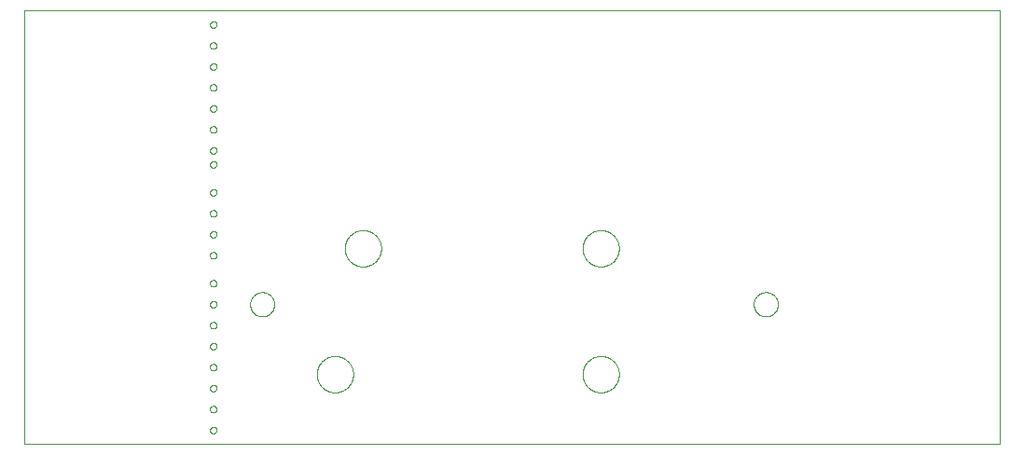
<source format=gbo>
G75*
%MOIN*%
%OFA0B0*%
%FSLAX25Y25*%
%IPPOS*%
%LPD*%
%AMOC8*
5,1,8,0,0,1.08239X$1,22.5*
%
%ADD10C,0.00000*%
D10*
X0001600Y0001800D02*
X0001600Y0156761D01*
X0350301Y0156761D01*
X0350301Y0001800D01*
X0001600Y0001800D01*
X0067919Y0006800D02*
X0067921Y0006869D01*
X0067927Y0006937D01*
X0067937Y0007005D01*
X0067951Y0007072D01*
X0067969Y0007139D01*
X0067990Y0007204D01*
X0068016Y0007268D01*
X0068045Y0007330D01*
X0068077Y0007390D01*
X0068113Y0007449D01*
X0068153Y0007505D01*
X0068195Y0007559D01*
X0068241Y0007610D01*
X0068290Y0007659D01*
X0068341Y0007705D01*
X0068395Y0007747D01*
X0068451Y0007787D01*
X0068509Y0007823D01*
X0068570Y0007855D01*
X0068632Y0007884D01*
X0068696Y0007910D01*
X0068761Y0007931D01*
X0068828Y0007949D01*
X0068895Y0007963D01*
X0068963Y0007973D01*
X0069031Y0007979D01*
X0069100Y0007981D01*
X0069169Y0007979D01*
X0069237Y0007973D01*
X0069305Y0007963D01*
X0069372Y0007949D01*
X0069439Y0007931D01*
X0069504Y0007910D01*
X0069568Y0007884D01*
X0069630Y0007855D01*
X0069690Y0007823D01*
X0069749Y0007787D01*
X0069805Y0007747D01*
X0069859Y0007705D01*
X0069910Y0007659D01*
X0069959Y0007610D01*
X0070005Y0007559D01*
X0070047Y0007505D01*
X0070087Y0007449D01*
X0070123Y0007390D01*
X0070155Y0007330D01*
X0070184Y0007268D01*
X0070210Y0007204D01*
X0070231Y0007139D01*
X0070249Y0007072D01*
X0070263Y0007005D01*
X0070273Y0006937D01*
X0070279Y0006869D01*
X0070281Y0006800D01*
X0070279Y0006731D01*
X0070273Y0006663D01*
X0070263Y0006595D01*
X0070249Y0006528D01*
X0070231Y0006461D01*
X0070210Y0006396D01*
X0070184Y0006332D01*
X0070155Y0006270D01*
X0070123Y0006209D01*
X0070087Y0006151D01*
X0070047Y0006095D01*
X0070005Y0006041D01*
X0069959Y0005990D01*
X0069910Y0005941D01*
X0069859Y0005895D01*
X0069805Y0005853D01*
X0069749Y0005813D01*
X0069691Y0005777D01*
X0069630Y0005745D01*
X0069568Y0005716D01*
X0069504Y0005690D01*
X0069439Y0005669D01*
X0069372Y0005651D01*
X0069305Y0005637D01*
X0069237Y0005627D01*
X0069169Y0005621D01*
X0069100Y0005619D01*
X0069031Y0005621D01*
X0068963Y0005627D01*
X0068895Y0005637D01*
X0068828Y0005651D01*
X0068761Y0005669D01*
X0068696Y0005690D01*
X0068632Y0005716D01*
X0068570Y0005745D01*
X0068509Y0005777D01*
X0068451Y0005813D01*
X0068395Y0005853D01*
X0068341Y0005895D01*
X0068290Y0005941D01*
X0068241Y0005990D01*
X0068195Y0006041D01*
X0068153Y0006095D01*
X0068113Y0006151D01*
X0068077Y0006209D01*
X0068045Y0006270D01*
X0068016Y0006332D01*
X0067990Y0006396D01*
X0067969Y0006461D01*
X0067951Y0006528D01*
X0067937Y0006595D01*
X0067927Y0006663D01*
X0067921Y0006731D01*
X0067919Y0006800D01*
X0067919Y0014300D02*
X0067921Y0014369D01*
X0067927Y0014437D01*
X0067937Y0014505D01*
X0067951Y0014572D01*
X0067969Y0014639D01*
X0067990Y0014704D01*
X0068016Y0014768D01*
X0068045Y0014830D01*
X0068077Y0014890D01*
X0068113Y0014949D01*
X0068153Y0015005D01*
X0068195Y0015059D01*
X0068241Y0015110D01*
X0068290Y0015159D01*
X0068341Y0015205D01*
X0068395Y0015247D01*
X0068451Y0015287D01*
X0068509Y0015323D01*
X0068570Y0015355D01*
X0068632Y0015384D01*
X0068696Y0015410D01*
X0068761Y0015431D01*
X0068828Y0015449D01*
X0068895Y0015463D01*
X0068963Y0015473D01*
X0069031Y0015479D01*
X0069100Y0015481D01*
X0069169Y0015479D01*
X0069237Y0015473D01*
X0069305Y0015463D01*
X0069372Y0015449D01*
X0069439Y0015431D01*
X0069504Y0015410D01*
X0069568Y0015384D01*
X0069630Y0015355D01*
X0069690Y0015323D01*
X0069749Y0015287D01*
X0069805Y0015247D01*
X0069859Y0015205D01*
X0069910Y0015159D01*
X0069959Y0015110D01*
X0070005Y0015059D01*
X0070047Y0015005D01*
X0070087Y0014949D01*
X0070123Y0014890D01*
X0070155Y0014830D01*
X0070184Y0014768D01*
X0070210Y0014704D01*
X0070231Y0014639D01*
X0070249Y0014572D01*
X0070263Y0014505D01*
X0070273Y0014437D01*
X0070279Y0014369D01*
X0070281Y0014300D01*
X0070279Y0014231D01*
X0070273Y0014163D01*
X0070263Y0014095D01*
X0070249Y0014028D01*
X0070231Y0013961D01*
X0070210Y0013896D01*
X0070184Y0013832D01*
X0070155Y0013770D01*
X0070123Y0013709D01*
X0070087Y0013651D01*
X0070047Y0013595D01*
X0070005Y0013541D01*
X0069959Y0013490D01*
X0069910Y0013441D01*
X0069859Y0013395D01*
X0069805Y0013353D01*
X0069749Y0013313D01*
X0069691Y0013277D01*
X0069630Y0013245D01*
X0069568Y0013216D01*
X0069504Y0013190D01*
X0069439Y0013169D01*
X0069372Y0013151D01*
X0069305Y0013137D01*
X0069237Y0013127D01*
X0069169Y0013121D01*
X0069100Y0013119D01*
X0069031Y0013121D01*
X0068963Y0013127D01*
X0068895Y0013137D01*
X0068828Y0013151D01*
X0068761Y0013169D01*
X0068696Y0013190D01*
X0068632Y0013216D01*
X0068570Y0013245D01*
X0068509Y0013277D01*
X0068451Y0013313D01*
X0068395Y0013353D01*
X0068341Y0013395D01*
X0068290Y0013441D01*
X0068241Y0013490D01*
X0068195Y0013541D01*
X0068153Y0013595D01*
X0068113Y0013651D01*
X0068077Y0013709D01*
X0068045Y0013770D01*
X0068016Y0013832D01*
X0067990Y0013896D01*
X0067969Y0013961D01*
X0067951Y0014028D01*
X0067937Y0014095D01*
X0067927Y0014163D01*
X0067921Y0014231D01*
X0067919Y0014300D01*
X0067919Y0021800D02*
X0067921Y0021869D01*
X0067927Y0021937D01*
X0067937Y0022005D01*
X0067951Y0022072D01*
X0067969Y0022139D01*
X0067990Y0022204D01*
X0068016Y0022268D01*
X0068045Y0022330D01*
X0068077Y0022390D01*
X0068113Y0022449D01*
X0068153Y0022505D01*
X0068195Y0022559D01*
X0068241Y0022610D01*
X0068290Y0022659D01*
X0068341Y0022705D01*
X0068395Y0022747D01*
X0068451Y0022787D01*
X0068509Y0022823D01*
X0068570Y0022855D01*
X0068632Y0022884D01*
X0068696Y0022910D01*
X0068761Y0022931D01*
X0068828Y0022949D01*
X0068895Y0022963D01*
X0068963Y0022973D01*
X0069031Y0022979D01*
X0069100Y0022981D01*
X0069169Y0022979D01*
X0069237Y0022973D01*
X0069305Y0022963D01*
X0069372Y0022949D01*
X0069439Y0022931D01*
X0069504Y0022910D01*
X0069568Y0022884D01*
X0069630Y0022855D01*
X0069690Y0022823D01*
X0069749Y0022787D01*
X0069805Y0022747D01*
X0069859Y0022705D01*
X0069910Y0022659D01*
X0069959Y0022610D01*
X0070005Y0022559D01*
X0070047Y0022505D01*
X0070087Y0022449D01*
X0070123Y0022390D01*
X0070155Y0022330D01*
X0070184Y0022268D01*
X0070210Y0022204D01*
X0070231Y0022139D01*
X0070249Y0022072D01*
X0070263Y0022005D01*
X0070273Y0021937D01*
X0070279Y0021869D01*
X0070281Y0021800D01*
X0070279Y0021731D01*
X0070273Y0021663D01*
X0070263Y0021595D01*
X0070249Y0021528D01*
X0070231Y0021461D01*
X0070210Y0021396D01*
X0070184Y0021332D01*
X0070155Y0021270D01*
X0070123Y0021209D01*
X0070087Y0021151D01*
X0070047Y0021095D01*
X0070005Y0021041D01*
X0069959Y0020990D01*
X0069910Y0020941D01*
X0069859Y0020895D01*
X0069805Y0020853D01*
X0069749Y0020813D01*
X0069691Y0020777D01*
X0069630Y0020745D01*
X0069568Y0020716D01*
X0069504Y0020690D01*
X0069439Y0020669D01*
X0069372Y0020651D01*
X0069305Y0020637D01*
X0069237Y0020627D01*
X0069169Y0020621D01*
X0069100Y0020619D01*
X0069031Y0020621D01*
X0068963Y0020627D01*
X0068895Y0020637D01*
X0068828Y0020651D01*
X0068761Y0020669D01*
X0068696Y0020690D01*
X0068632Y0020716D01*
X0068570Y0020745D01*
X0068509Y0020777D01*
X0068451Y0020813D01*
X0068395Y0020853D01*
X0068341Y0020895D01*
X0068290Y0020941D01*
X0068241Y0020990D01*
X0068195Y0021041D01*
X0068153Y0021095D01*
X0068113Y0021151D01*
X0068077Y0021209D01*
X0068045Y0021270D01*
X0068016Y0021332D01*
X0067990Y0021396D01*
X0067969Y0021461D01*
X0067951Y0021528D01*
X0067937Y0021595D01*
X0067927Y0021663D01*
X0067921Y0021731D01*
X0067919Y0021800D01*
X0067919Y0029300D02*
X0067921Y0029369D01*
X0067927Y0029437D01*
X0067937Y0029505D01*
X0067951Y0029572D01*
X0067969Y0029639D01*
X0067990Y0029704D01*
X0068016Y0029768D01*
X0068045Y0029830D01*
X0068077Y0029890D01*
X0068113Y0029949D01*
X0068153Y0030005D01*
X0068195Y0030059D01*
X0068241Y0030110D01*
X0068290Y0030159D01*
X0068341Y0030205D01*
X0068395Y0030247D01*
X0068451Y0030287D01*
X0068509Y0030323D01*
X0068570Y0030355D01*
X0068632Y0030384D01*
X0068696Y0030410D01*
X0068761Y0030431D01*
X0068828Y0030449D01*
X0068895Y0030463D01*
X0068963Y0030473D01*
X0069031Y0030479D01*
X0069100Y0030481D01*
X0069169Y0030479D01*
X0069237Y0030473D01*
X0069305Y0030463D01*
X0069372Y0030449D01*
X0069439Y0030431D01*
X0069504Y0030410D01*
X0069568Y0030384D01*
X0069630Y0030355D01*
X0069690Y0030323D01*
X0069749Y0030287D01*
X0069805Y0030247D01*
X0069859Y0030205D01*
X0069910Y0030159D01*
X0069959Y0030110D01*
X0070005Y0030059D01*
X0070047Y0030005D01*
X0070087Y0029949D01*
X0070123Y0029890D01*
X0070155Y0029830D01*
X0070184Y0029768D01*
X0070210Y0029704D01*
X0070231Y0029639D01*
X0070249Y0029572D01*
X0070263Y0029505D01*
X0070273Y0029437D01*
X0070279Y0029369D01*
X0070281Y0029300D01*
X0070279Y0029231D01*
X0070273Y0029163D01*
X0070263Y0029095D01*
X0070249Y0029028D01*
X0070231Y0028961D01*
X0070210Y0028896D01*
X0070184Y0028832D01*
X0070155Y0028770D01*
X0070123Y0028709D01*
X0070087Y0028651D01*
X0070047Y0028595D01*
X0070005Y0028541D01*
X0069959Y0028490D01*
X0069910Y0028441D01*
X0069859Y0028395D01*
X0069805Y0028353D01*
X0069749Y0028313D01*
X0069691Y0028277D01*
X0069630Y0028245D01*
X0069568Y0028216D01*
X0069504Y0028190D01*
X0069439Y0028169D01*
X0069372Y0028151D01*
X0069305Y0028137D01*
X0069237Y0028127D01*
X0069169Y0028121D01*
X0069100Y0028119D01*
X0069031Y0028121D01*
X0068963Y0028127D01*
X0068895Y0028137D01*
X0068828Y0028151D01*
X0068761Y0028169D01*
X0068696Y0028190D01*
X0068632Y0028216D01*
X0068570Y0028245D01*
X0068509Y0028277D01*
X0068451Y0028313D01*
X0068395Y0028353D01*
X0068341Y0028395D01*
X0068290Y0028441D01*
X0068241Y0028490D01*
X0068195Y0028541D01*
X0068153Y0028595D01*
X0068113Y0028651D01*
X0068077Y0028709D01*
X0068045Y0028770D01*
X0068016Y0028832D01*
X0067990Y0028896D01*
X0067969Y0028961D01*
X0067951Y0029028D01*
X0067937Y0029095D01*
X0067927Y0029163D01*
X0067921Y0029231D01*
X0067919Y0029300D01*
X0067919Y0036800D02*
X0067921Y0036869D01*
X0067927Y0036937D01*
X0067937Y0037005D01*
X0067951Y0037072D01*
X0067969Y0037139D01*
X0067990Y0037204D01*
X0068016Y0037268D01*
X0068045Y0037330D01*
X0068077Y0037390D01*
X0068113Y0037449D01*
X0068153Y0037505D01*
X0068195Y0037559D01*
X0068241Y0037610D01*
X0068290Y0037659D01*
X0068341Y0037705D01*
X0068395Y0037747D01*
X0068451Y0037787D01*
X0068509Y0037823D01*
X0068570Y0037855D01*
X0068632Y0037884D01*
X0068696Y0037910D01*
X0068761Y0037931D01*
X0068828Y0037949D01*
X0068895Y0037963D01*
X0068963Y0037973D01*
X0069031Y0037979D01*
X0069100Y0037981D01*
X0069169Y0037979D01*
X0069237Y0037973D01*
X0069305Y0037963D01*
X0069372Y0037949D01*
X0069439Y0037931D01*
X0069504Y0037910D01*
X0069568Y0037884D01*
X0069630Y0037855D01*
X0069690Y0037823D01*
X0069749Y0037787D01*
X0069805Y0037747D01*
X0069859Y0037705D01*
X0069910Y0037659D01*
X0069959Y0037610D01*
X0070005Y0037559D01*
X0070047Y0037505D01*
X0070087Y0037449D01*
X0070123Y0037390D01*
X0070155Y0037330D01*
X0070184Y0037268D01*
X0070210Y0037204D01*
X0070231Y0037139D01*
X0070249Y0037072D01*
X0070263Y0037005D01*
X0070273Y0036937D01*
X0070279Y0036869D01*
X0070281Y0036800D01*
X0070279Y0036731D01*
X0070273Y0036663D01*
X0070263Y0036595D01*
X0070249Y0036528D01*
X0070231Y0036461D01*
X0070210Y0036396D01*
X0070184Y0036332D01*
X0070155Y0036270D01*
X0070123Y0036209D01*
X0070087Y0036151D01*
X0070047Y0036095D01*
X0070005Y0036041D01*
X0069959Y0035990D01*
X0069910Y0035941D01*
X0069859Y0035895D01*
X0069805Y0035853D01*
X0069749Y0035813D01*
X0069691Y0035777D01*
X0069630Y0035745D01*
X0069568Y0035716D01*
X0069504Y0035690D01*
X0069439Y0035669D01*
X0069372Y0035651D01*
X0069305Y0035637D01*
X0069237Y0035627D01*
X0069169Y0035621D01*
X0069100Y0035619D01*
X0069031Y0035621D01*
X0068963Y0035627D01*
X0068895Y0035637D01*
X0068828Y0035651D01*
X0068761Y0035669D01*
X0068696Y0035690D01*
X0068632Y0035716D01*
X0068570Y0035745D01*
X0068509Y0035777D01*
X0068451Y0035813D01*
X0068395Y0035853D01*
X0068341Y0035895D01*
X0068290Y0035941D01*
X0068241Y0035990D01*
X0068195Y0036041D01*
X0068153Y0036095D01*
X0068113Y0036151D01*
X0068077Y0036209D01*
X0068045Y0036270D01*
X0068016Y0036332D01*
X0067990Y0036396D01*
X0067969Y0036461D01*
X0067951Y0036528D01*
X0067937Y0036595D01*
X0067927Y0036663D01*
X0067921Y0036731D01*
X0067919Y0036800D01*
X0067919Y0044300D02*
X0067921Y0044369D01*
X0067927Y0044437D01*
X0067937Y0044505D01*
X0067951Y0044572D01*
X0067969Y0044639D01*
X0067990Y0044704D01*
X0068016Y0044768D01*
X0068045Y0044830D01*
X0068077Y0044890D01*
X0068113Y0044949D01*
X0068153Y0045005D01*
X0068195Y0045059D01*
X0068241Y0045110D01*
X0068290Y0045159D01*
X0068341Y0045205D01*
X0068395Y0045247D01*
X0068451Y0045287D01*
X0068509Y0045323D01*
X0068570Y0045355D01*
X0068632Y0045384D01*
X0068696Y0045410D01*
X0068761Y0045431D01*
X0068828Y0045449D01*
X0068895Y0045463D01*
X0068963Y0045473D01*
X0069031Y0045479D01*
X0069100Y0045481D01*
X0069169Y0045479D01*
X0069237Y0045473D01*
X0069305Y0045463D01*
X0069372Y0045449D01*
X0069439Y0045431D01*
X0069504Y0045410D01*
X0069568Y0045384D01*
X0069630Y0045355D01*
X0069690Y0045323D01*
X0069749Y0045287D01*
X0069805Y0045247D01*
X0069859Y0045205D01*
X0069910Y0045159D01*
X0069959Y0045110D01*
X0070005Y0045059D01*
X0070047Y0045005D01*
X0070087Y0044949D01*
X0070123Y0044890D01*
X0070155Y0044830D01*
X0070184Y0044768D01*
X0070210Y0044704D01*
X0070231Y0044639D01*
X0070249Y0044572D01*
X0070263Y0044505D01*
X0070273Y0044437D01*
X0070279Y0044369D01*
X0070281Y0044300D01*
X0070279Y0044231D01*
X0070273Y0044163D01*
X0070263Y0044095D01*
X0070249Y0044028D01*
X0070231Y0043961D01*
X0070210Y0043896D01*
X0070184Y0043832D01*
X0070155Y0043770D01*
X0070123Y0043709D01*
X0070087Y0043651D01*
X0070047Y0043595D01*
X0070005Y0043541D01*
X0069959Y0043490D01*
X0069910Y0043441D01*
X0069859Y0043395D01*
X0069805Y0043353D01*
X0069749Y0043313D01*
X0069691Y0043277D01*
X0069630Y0043245D01*
X0069568Y0043216D01*
X0069504Y0043190D01*
X0069439Y0043169D01*
X0069372Y0043151D01*
X0069305Y0043137D01*
X0069237Y0043127D01*
X0069169Y0043121D01*
X0069100Y0043119D01*
X0069031Y0043121D01*
X0068963Y0043127D01*
X0068895Y0043137D01*
X0068828Y0043151D01*
X0068761Y0043169D01*
X0068696Y0043190D01*
X0068632Y0043216D01*
X0068570Y0043245D01*
X0068509Y0043277D01*
X0068451Y0043313D01*
X0068395Y0043353D01*
X0068341Y0043395D01*
X0068290Y0043441D01*
X0068241Y0043490D01*
X0068195Y0043541D01*
X0068153Y0043595D01*
X0068113Y0043651D01*
X0068077Y0043709D01*
X0068045Y0043770D01*
X0068016Y0043832D01*
X0067990Y0043896D01*
X0067969Y0043961D01*
X0067951Y0044028D01*
X0067937Y0044095D01*
X0067927Y0044163D01*
X0067921Y0044231D01*
X0067919Y0044300D01*
X0067919Y0051800D02*
X0067921Y0051869D01*
X0067927Y0051937D01*
X0067937Y0052005D01*
X0067951Y0052072D01*
X0067969Y0052139D01*
X0067990Y0052204D01*
X0068016Y0052268D01*
X0068045Y0052330D01*
X0068077Y0052390D01*
X0068113Y0052449D01*
X0068153Y0052505D01*
X0068195Y0052559D01*
X0068241Y0052610D01*
X0068290Y0052659D01*
X0068341Y0052705D01*
X0068395Y0052747D01*
X0068451Y0052787D01*
X0068509Y0052823D01*
X0068570Y0052855D01*
X0068632Y0052884D01*
X0068696Y0052910D01*
X0068761Y0052931D01*
X0068828Y0052949D01*
X0068895Y0052963D01*
X0068963Y0052973D01*
X0069031Y0052979D01*
X0069100Y0052981D01*
X0069169Y0052979D01*
X0069237Y0052973D01*
X0069305Y0052963D01*
X0069372Y0052949D01*
X0069439Y0052931D01*
X0069504Y0052910D01*
X0069568Y0052884D01*
X0069630Y0052855D01*
X0069690Y0052823D01*
X0069749Y0052787D01*
X0069805Y0052747D01*
X0069859Y0052705D01*
X0069910Y0052659D01*
X0069959Y0052610D01*
X0070005Y0052559D01*
X0070047Y0052505D01*
X0070087Y0052449D01*
X0070123Y0052390D01*
X0070155Y0052330D01*
X0070184Y0052268D01*
X0070210Y0052204D01*
X0070231Y0052139D01*
X0070249Y0052072D01*
X0070263Y0052005D01*
X0070273Y0051937D01*
X0070279Y0051869D01*
X0070281Y0051800D01*
X0070279Y0051731D01*
X0070273Y0051663D01*
X0070263Y0051595D01*
X0070249Y0051528D01*
X0070231Y0051461D01*
X0070210Y0051396D01*
X0070184Y0051332D01*
X0070155Y0051270D01*
X0070123Y0051209D01*
X0070087Y0051151D01*
X0070047Y0051095D01*
X0070005Y0051041D01*
X0069959Y0050990D01*
X0069910Y0050941D01*
X0069859Y0050895D01*
X0069805Y0050853D01*
X0069749Y0050813D01*
X0069691Y0050777D01*
X0069630Y0050745D01*
X0069568Y0050716D01*
X0069504Y0050690D01*
X0069439Y0050669D01*
X0069372Y0050651D01*
X0069305Y0050637D01*
X0069237Y0050627D01*
X0069169Y0050621D01*
X0069100Y0050619D01*
X0069031Y0050621D01*
X0068963Y0050627D01*
X0068895Y0050637D01*
X0068828Y0050651D01*
X0068761Y0050669D01*
X0068696Y0050690D01*
X0068632Y0050716D01*
X0068570Y0050745D01*
X0068509Y0050777D01*
X0068451Y0050813D01*
X0068395Y0050853D01*
X0068341Y0050895D01*
X0068290Y0050941D01*
X0068241Y0050990D01*
X0068195Y0051041D01*
X0068153Y0051095D01*
X0068113Y0051151D01*
X0068077Y0051209D01*
X0068045Y0051270D01*
X0068016Y0051332D01*
X0067990Y0051396D01*
X0067969Y0051461D01*
X0067951Y0051528D01*
X0067937Y0051595D01*
X0067927Y0051663D01*
X0067921Y0051731D01*
X0067919Y0051800D01*
X0067919Y0059300D02*
X0067921Y0059369D01*
X0067927Y0059437D01*
X0067937Y0059505D01*
X0067951Y0059572D01*
X0067969Y0059639D01*
X0067990Y0059704D01*
X0068016Y0059768D01*
X0068045Y0059830D01*
X0068077Y0059890D01*
X0068113Y0059949D01*
X0068153Y0060005D01*
X0068195Y0060059D01*
X0068241Y0060110D01*
X0068290Y0060159D01*
X0068341Y0060205D01*
X0068395Y0060247D01*
X0068451Y0060287D01*
X0068509Y0060323D01*
X0068570Y0060355D01*
X0068632Y0060384D01*
X0068696Y0060410D01*
X0068761Y0060431D01*
X0068828Y0060449D01*
X0068895Y0060463D01*
X0068963Y0060473D01*
X0069031Y0060479D01*
X0069100Y0060481D01*
X0069169Y0060479D01*
X0069237Y0060473D01*
X0069305Y0060463D01*
X0069372Y0060449D01*
X0069439Y0060431D01*
X0069504Y0060410D01*
X0069568Y0060384D01*
X0069630Y0060355D01*
X0069690Y0060323D01*
X0069749Y0060287D01*
X0069805Y0060247D01*
X0069859Y0060205D01*
X0069910Y0060159D01*
X0069959Y0060110D01*
X0070005Y0060059D01*
X0070047Y0060005D01*
X0070087Y0059949D01*
X0070123Y0059890D01*
X0070155Y0059830D01*
X0070184Y0059768D01*
X0070210Y0059704D01*
X0070231Y0059639D01*
X0070249Y0059572D01*
X0070263Y0059505D01*
X0070273Y0059437D01*
X0070279Y0059369D01*
X0070281Y0059300D01*
X0070279Y0059231D01*
X0070273Y0059163D01*
X0070263Y0059095D01*
X0070249Y0059028D01*
X0070231Y0058961D01*
X0070210Y0058896D01*
X0070184Y0058832D01*
X0070155Y0058770D01*
X0070123Y0058709D01*
X0070087Y0058651D01*
X0070047Y0058595D01*
X0070005Y0058541D01*
X0069959Y0058490D01*
X0069910Y0058441D01*
X0069859Y0058395D01*
X0069805Y0058353D01*
X0069749Y0058313D01*
X0069691Y0058277D01*
X0069630Y0058245D01*
X0069568Y0058216D01*
X0069504Y0058190D01*
X0069439Y0058169D01*
X0069372Y0058151D01*
X0069305Y0058137D01*
X0069237Y0058127D01*
X0069169Y0058121D01*
X0069100Y0058119D01*
X0069031Y0058121D01*
X0068963Y0058127D01*
X0068895Y0058137D01*
X0068828Y0058151D01*
X0068761Y0058169D01*
X0068696Y0058190D01*
X0068632Y0058216D01*
X0068570Y0058245D01*
X0068509Y0058277D01*
X0068451Y0058313D01*
X0068395Y0058353D01*
X0068341Y0058395D01*
X0068290Y0058441D01*
X0068241Y0058490D01*
X0068195Y0058541D01*
X0068153Y0058595D01*
X0068113Y0058651D01*
X0068077Y0058709D01*
X0068045Y0058770D01*
X0068016Y0058832D01*
X0067990Y0058896D01*
X0067969Y0058961D01*
X0067951Y0059028D01*
X0067937Y0059095D01*
X0067927Y0059163D01*
X0067921Y0059231D01*
X0067919Y0059300D01*
X0082269Y0051800D02*
X0082271Y0051931D01*
X0082277Y0052063D01*
X0082287Y0052194D01*
X0082301Y0052325D01*
X0082319Y0052455D01*
X0082341Y0052584D01*
X0082366Y0052713D01*
X0082396Y0052841D01*
X0082430Y0052968D01*
X0082467Y0053095D01*
X0082508Y0053219D01*
X0082553Y0053343D01*
X0082602Y0053465D01*
X0082654Y0053586D01*
X0082710Y0053704D01*
X0082770Y0053822D01*
X0082833Y0053937D01*
X0082900Y0054050D01*
X0082970Y0054162D01*
X0083043Y0054271D01*
X0083119Y0054377D01*
X0083199Y0054482D01*
X0083282Y0054584D01*
X0083368Y0054683D01*
X0083457Y0054780D01*
X0083549Y0054874D01*
X0083644Y0054965D01*
X0083741Y0055054D01*
X0083841Y0055139D01*
X0083944Y0055221D01*
X0084049Y0055300D01*
X0084156Y0055376D01*
X0084266Y0055448D01*
X0084378Y0055517D01*
X0084492Y0055583D01*
X0084607Y0055645D01*
X0084725Y0055704D01*
X0084844Y0055759D01*
X0084965Y0055811D01*
X0085088Y0055858D01*
X0085212Y0055902D01*
X0085337Y0055943D01*
X0085463Y0055979D01*
X0085591Y0056012D01*
X0085719Y0056040D01*
X0085848Y0056065D01*
X0085978Y0056086D01*
X0086108Y0056103D01*
X0086239Y0056116D01*
X0086370Y0056125D01*
X0086501Y0056130D01*
X0086633Y0056131D01*
X0086764Y0056128D01*
X0086896Y0056121D01*
X0087027Y0056110D01*
X0087157Y0056095D01*
X0087287Y0056076D01*
X0087417Y0056053D01*
X0087545Y0056027D01*
X0087673Y0055996D01*
X0087800Y0055961D01*
X0087926Y0055923D01*
X0088050Y0055881D01*
X0088174Y0055835D01*
X0088295Y0055785D01*
X0088415Y0055732D01*
X0088534Y0055675D01*
X0088651Y0055615D01*
X0088765Y0055551D01*
X0088878Y0055483D01*
X0088989Y0055412D01*
X0089098Y0055338D01*
X0089204Y0055261D01*
X0089308Y0055180D01*
X0089409Y0055097D01*
X0089508Y0055010D01*
X0089604Y0054920D01*
X0089697Y0054827D01*
X0089788Y0054732D01*
X0089875Y0054634D01*
X0089960Y0054533D01*
X0090041Y0054430D01*
X0090119Y0054324D01*
X0090194Y0054216D01*
X0090266Y0054106D01*
X0090334Y0053994D01*
X0090399Y0053880D01*
X0090460Y0053763D01*
X0090518Y0053645D01*
X0090572Y0053525D01*
X0090623Y0053404D01*
X0090670Y0053281D01*
X0090713Y0053157D01*
X0090752Y0053032D01*
X0090788Y0052905D01*
X0090819Y0052777D01*
X0090847Y0052649D01*
X0090871Y0052520D01*
X0090891Y0052390D01*
X0090907Y0052259D01*
X0090919Y0052128D01*
X0090927Y0051997D01*
X0090931Y0051866D01*
X0090931Y0051734D01*
X0090927Y0051603D01*
X0090919Y0051472D01*
X0090907Y0051341D01*
X0090891Y0051210D01*
X0090871Y0051080D01*
X0090847Y0050951D01*
X0090819Y0050823D01*
X0090788Y0050695D01*
X0090752Y0050568D01*
X0090713Y0050443D01*
X0090670Y0050319D01*
X0090623Y0050196D01*
X0090572Y0050075D01*
X0090518Y0049955D01*
X0090460Y0049837D01*
X0090399Y0049720D01*
X0090334Y0049606D01*
X0090266Y0049494D01*
X0090194Y0049384D01*
X0090119Y0049276D01*
X0090041Y0049170D01*
X0089960Y0049067D01*
X0089875Y0048966D01*
X0089788Y0048868D01*
X0089697Y0048773D01*
X0089604Y0048680D01*
X0089508Y0048590D01*
X0089409Y0048503D01*
X0089308Y0048420D01*
X0089204Y0048339D01*
X0089098Y0048262D01*
X0088989Y0048188D01*
X0088878Y0048117D01*
X0088766Y0048049D01*
X0088651Y0047985D01*
X0088534Y0047925D01*
X0088415Y0047868D01*
X0088295Y0047815D01*
X0088174Y0047765D01*
X0088050Y0047719D01*
X0087926Y0047677D01*
X0087800Y0047639D01*
X0087673Y0047604D01*
X0087545Y0047573D01*
X0087417Y0047547D01*
X0087287Y0047524D01*
X0087157Y0047505D01*
X0087027Y0047490D01*
X0086896Y0047479D01*
X0086764Y0047472D01*
X0086633Y0047469D01*
X0086501Y0047470D01*
X0086370Y0047475D01*
X0086239Y0047484D01*
X0086108Y0047497D01*
X0085978Y0047514D01*
X0085848Y0047535D01*
X0085719Y0047560D01*
X0085591Y0047588D01*
X0085463Y0047621D01*
X0085337Y0047657D01*
X0085212Y0047698D01*
X0085088Y0047742D01*
X0084965Y0047789D01*
X0084844Y0047841D01*
X0084725Y0047896D01*
X0084607Y0047955D01*
X0084492Y0048017D01*
X0084378Y0048083D01*
X0084266Y0048152D01*
X0084156Y0048224D01*
X0084049Y0048300D01*
X0083944Y0048379D01*
X0083841Y0048461D01*
X0083741Y0048546D01*
X0083644Y0048635D01*
X0083549Y0048726D01*
X0083457Y0048820D01*
X0083368Y0048917D01*
X0083282Y0049016D01*
X0083199Y0049118D01*
X0083119Y0049223D01*
X0083043Y0049329D01*
X0082970Y0049438D01*
X0082900Y0049550D01*
X0082833Y0049663D01*
X0082770Y0049778D01*
X0082710Y0049896D01*
X0082654Y0050014D01*
X0082602Y0050135D01*
X0082553Y0050257D01*
X0082508Y0050381D01*
X0082467Y0050505D01*
X0082430Y0050632D01*
X0082396Y0050759D01*
X0082366Y0050887D01*
X0082341Y0051016D01*
X0082319Y0051145D01*
X0082301Y0051275D01*
X0082287Y0051406D01*
X0082277Y0051537D01*
X0082271Y0051669D01*
X0082269Y0051800D01*
X0067919Y0069300D02*
X0067921Y0069369D01*
X0067927Y0069437D01*
X0067937Y0069505D01*
X0067951Y0069572D01*
X0067969Y0069639D01*
X0067990Y0069704D01*
X0068016Y0069768D01*
X0068045Y0069830D01*
X0068077Y0069890D01*
X0068113Y0069949D01*
X0068153Y0070005D01*
X0068195Y0070059D01*
X0068241Y0070110D01*
X0068290Y0070159D01*
X0068341Y0070205D01*
X0068395Y0070247D01*
X0068451Y0070287D01*
X0068509Y0070323D01*
X0068570Y0070355D01*
X0068632Y0070384D01*
X0068696Y0070410D01*
X0068761Y0070431D01*
X0068828Y0070449D01*
X0068895Y0070463D01*
X0068963Y0070473D01*
X0069031Y0070479D01*
X0069100Y0070481D01*
X0069169Y0070479D01*
X0069237Y0070473D01*
X0069305Y0070463D01*
X0069372Y0070449D01*
X0069439Y0070431D01*
X0069504Y0070410D01*
X0069568Y0070384D01*
X0069630Y0070355D01*
X0069690Y0070323D01*
X0069749Y0070287D01*
X0069805Y0070247D01*
X0069859Y0070205D01*
X0069910Y0070159D01*
X0069959Y0070110D01*
X0070005Y0070059D01*
X0070047Y0070005D01*
X0070087Y0069949D01*
X0070123Y0069890D01*
X0070155Y0069830D01*
X0070184Y0069768D01*
X0070210Y0069704D01*
X0070231Y0069639D01*
X0070249Y0069572D01*
X0070263Y0069505D01*
X0070273Y0069437D01*
X0070279Y0069369D01*
X0070281Y0069300D01*
X0070279Y0069231D01*
X0070273Y0069163D01*
X0070263Y0069095D01*
X0070249Y0069028D01*
X0070231Y0068961D01*
X0070210Y0068896D01*
X0070184Y0068832D01*
X0070155Y0068770D01*
X0070123Y0068709D01*
X0070087Y0068651D01*
X0070047Y0068595D01*
X0070005Y0068541D01*
X0069959Y0068490D01*
X0069910Y0068441D01*
X0069859Y0068395D01*
X0069805Y0068353D01*
X0069749Y0068313D01*
X0069691Y0068277D01*
X0069630Y0068245D01*
X0069568Y0068216D01*
X0069504Y0068190D01*
X0069439Y0068169D01*
X0069372Y0068151D01*
X0069305Y0068137D01*
X0069237Y0068127D01*
X0069169Y0068121D01*
X0069100Y0068119D01*
X0069031Y0068121D01*
X0068963Y0068127D01*
X0068895Y0068137D01*
X0068828Y0068151D01*
X0068761Y0068169D01*
X0068696Y0068190D01*
X0068632Y0068216D01*
X0068570Y0068245D01*
X0068509Y0068277D01*
X0068451Y0068313D01*
X0068395Y0068353D01*
X0068341Y0068395D01*
X0068290Y0068441D01*
X0068241Y0068490D01*
X0068195Y0068541D01*
X0068153Y0068595D01*
X0068113Y0068651D01*
X0068077Y0068709D01*
X0068045Y0068770D01*
X0068016Y0068832D01*
X0067990Y0068896D01*
X0067969Y0068961D01*
X0067951Y0069028D01*
X0067937Y0069095D01*
X0067927Y0069163D01*
X0067921Y0069231D01*
X0067919Y0069300D01*
X0067919Y0076800D02*
X0067921Y0076869D01*
X0067927Y0076937D01*
X0067937Y0077005D01*
X0067951Y0077072D01*
X0067969Y0077139D01*
X0067990Y0077204D01*
X0068016Y0077268D01*
X0068045Y0077330D01*
X0068077Y0077390D01*
X0068113Y0077449D01*
X0068153Y0077505D01*
X0068195Y0077559D01*
X0068241Y0077610D01*
X0068290Y0077659D01*
X0068341Y0077705D01*
X0068395Y0077747D01*
X0068451Y0077787D01*
X0068509Y0077823D01*
X0068570Y0077855D01*
X0068632Y0077884D01*
X0068696Y0077910D01*
X0068761Y0077931D01*
X0068828Y0077949D01*
X0068895Y0077963D01*
X0068963Y0077973D01*
X0069031Y0077979D01*
X0069100Y0077981D01*
X0069169Y0077979D01*
X0069237Y0077973D01*
X0069305Y0077963D01*
X0069372Y0077949D01*
X0069439Y0077931D01*
X0069504Y0077910D01*
X0069568Y0077884D01*
X0069630Y0077855D01*
X0069690Y0077823D01*
X0069749Y0077787D01*
X0069805Y0077747D01*
X0069859Y0077705D01*
X0069910Y0077659D01*
X0069959Y0077610D01*
X0070005Y0077559D01*
X0070047Y0077505D01*
X0070087Y0077449D01*
X0070123Y0077390D01*
X0070155Y0077330D01*
X0070184Y0077268D01*
X0070210Y0077204D01*
X0070231Y0077139D01*
X0070249Y0077072D01*
X0070263Y0077005D01*
X0070273Y0076937D01*
X0070279Y0076869D01*
X0070281Y0076800D01*
X0070279Y0076731D01*
X0070273Y0076663D01*
X0070263Y0076595D01*
X0070249Y0076528D01*
X0070231Y0076461D01*
X0070210Y0076396D01*
X0070184Y0076332D01*
X0070155Y0076270D01*
X0070123Y0076209D01*
X0070087Y0076151D01*
X0070047Y0076095D01*
X0070005Y0076041D01*
X0069959Y0075990D01*
X0069910Y0075941D01*
X0069859Y0075895D01*
X0069805Y0075853D01*
X0069749Y0075813D01*
X0069691Y0075777D01*
X0069630Y0075745D01*
X0069568Y0075716D01*
X0069504Y0075690D01*
X0069439Y0075669D01*
X0069372Y0075651D01*
X0069305Y0075637D01*
X0069237Y0075627D01*
X0069169Y0075621D01*
X0069100Y0075619D01*
X0069031Y0075621D01*
X0068963Y0075627D01*
X0068895Y0075637D01*
X0068828Y0075651D01*
X0068761Y0075669D01*
X0068696Y0075690D01*
X0068632Y0075716D01*
X0068570Y0075745D01*
X0068509Y0075777D01*
X0068451Y0075813D01*
X0068395Y0075853D01*
X0068341Y0075895D01*
X0068290Y0075941D01*
X0068241Y0075990D01*
X0068195Y0076041D01*
X0068153Y0076095D01*
X0068113Y0076151D01*
X0068077Y0076209D01*
X0068045Y0076270D01*
X0068016Y0076332D01*
X0067990Y0076396D01*
X0067969Y0076461D01*
X0067951Y0076528D01*
X0067937Y0076595D01*
X0067927Y0076663D01*
X0067921Y0076731D01*
X0067919Y0076800D01*
X0067919Y0084300D02*
X0067921Y0084369D01*
X0067927Y0084437D01*
X0067937Y0084505D01*
X0067951Y0084572D01*
X0067969Y0084639D01*
X0067990Y0084704D01*
X0068016Y0084768D01*
X0068045Y0084830D01*
X0068077Y0084890D01*
X0068113Y0084949D01*
X0068153Y0085005D01*
X0068195Y0085059D01*
X0068241Y0085110D01*
X0068290Y0085159D01*
X0068341Y0085205D01*
X0068395Y0085247D01*
X0068451Y0085287D01*
X0068509Y0085323D01*
X0068570Y0085355D01*
X0068632Y0085384D01*
X0068696Y0085410D01*
X0068761Y0085431D01*
X0068828Y0085449D01*
X0068895Y0085463D01*
X0068963Y0085473D01*
X0069031Y0085479D01*
X0069100Y0085481D01*
X0069169Y0085479D01*
X0069237Y0085473D01*
X0069305Y0085463D01*
X0069372Y0085449D01*
X0069439Y0085431D01*
X0069504Y0085410D01*
X0069568Y0085384D01*
X0069630Y0085355D01*
X0069690Y0085323D01*
X0069749Y0085287D01*
X0069805Y0085247D01*
X0069859Y0085205D01*
X0069910Y0085159D01*
X0069959Y0085110D01*
X0070005Y0085059D01*
X0070047Y0085005D01*
X0070087Y0084949D01*
X0070123Y0084890D01*
X0070155Y0084830D01*
X0070184Y0084768D01*
X0070210Y0084704D01*
X0070231Y0084639D01*
X0070249Y0084572D01*
X0070263Y0084505D01*
X0070273Y0084437D01*
X0070279Y0084369D01*
X0070281Y0084300D01*
X0070279Y0084231D01*
X0070273Y0084163D01*
X0070263Y0084095D01*
X0070249Y0084028D01*
X0070231Y0083961D01*
X0070210Y0083896D01*
X0070184Y0083832D01*
X0070155Y0083770D01*
X0070123Y0083709D01*
X0070087Y0083651D01*
X0070047Y0083595D01*
X0070005Y0083541D01*
X0069959Y0083490D01*
X0069910Y0083441D01*
X0069859Y0083395D01*
X0069805Y0083353D01*
X0069749Y0083313D01*
X0069691Y0083277D01*
X0069630Y0083245D01*
X0069568Y0083216D01*
X0069504Y0083190D01*
X0069439Y0083169D01*
X0069372Y0083151D01*
X0069305Y0083137D01*
X0069237Y0083127D01*
X0069169Y0083121D01*
X0069100Y0083119D01*
X0069031Y0083121D01*
X0068963Y0083127D01*
X0068895Y0083137D01*
X0068828Y0083151D01*
X0068761Y0083169D01*
X0068696Y0083190D01*
X0068632Y0083216D01*
X0068570Y0083245D01*
X0068509Y0083277D01*
X0068451Y0083313D01*
X0068395Y0083353D01*
X0068341Y0083395D01*
X0068290Y0083441D01*
X0068241Y0083490D01*
X0068195Y0083541D01*
X0068153Y0083595D01*
X0068113Y0083651D01*
X0068077Y0083709D01*
X0068045Y0083770D01*
X0068016Y0083832D01*
X0067990Y0083896D01*
X0067969Y0083961D01*
X0067951Y0084028D01*
X0067937Y0084095D01*
X0067927Y0084163D01*
X0067921Y0084231D01*
X0067919Y0084300D01*
X0067919Y0091800D02*
X0067921Y0091869D01*
X0067927Y0091937D01*
X0067937Y0092005D01*
X0067951Y0092072D01*
X0067969Y0092139D01*
X0067990Y0092204D01*
X0068016Y0092268D01*
X0068045Y0092330D01*
X0068077Y0092390D01*
X0068113Y0092449D01*
X0068153Y0092505D01*
X0068195Y0092559D01*
X0068241Y0092610D01*
X0068290Y0092659D01*
X0068341Y0092705D01*
X0068395Y0092747D01*
X0068451Y0092787D01*
X0068509Y0092823D01*
X0068570Y0092855D01*
X0068632Y0092884D01*
X0068696Y0092910D01*
X0068761Y0092931D01*
X0068828Y0092949D01*
X0068895Y0092963D01*
X0068963Y0092973D01*
X0069031Y0092979D01*
X0069100Y0092981D01*
X0069169Y0092979D01*
X0069237Y0092973D01*
X0069305Y0092963D01*
X0069372Y0092949D01*
X0069439Y0092931D01*
X0069504Y0092910D01*
X0069568Y0092884D01*
X0069630Y0092855D01*
X0069690Y0092823D01*
X0069749Y0092787D01*
X0069805Y0092747D01*
X0069859Y0092705D01*
X0069910Y0092659D01*
X0069959Y0092610D01*
X0070005Y0092559D01*
X0070047Y0092505D01*
X0070087Y0092449D01*
X0070123Y0092390D01*
X0070155Y0092330D01*
X0070184Y0092268D01*
X0070210Y0092204D01*
X0070231Y0092139D01*
X0070249Y0092072D01*
X0070263Y0092005D01*
X0070273Y0091937D01*
X0070279Y0091869D01*
X0070281Y0091800D01*
X0070279Y0091731D01*
X0070273Y0091663D01*
X0070263Y0091595D01*
X0070249Y0091528D01*
X0070231Y0091461D01*
X0070210Y0091396D01*
X0070184Y0091332D01*
X0070155Y0091270D01*
X0070123Y0091209D01*
X0070087Y0091151D01*
X0070047Y0091095D01*
X0070005Y0091041D01*
X0069959Y0090990D01*
X0069910Y0090941D01*
X0069859Y0090895D01*
X0069805Y0090853D01*
X0069749Y0090813D01*
X0069691Y0090777D01*
X0069630Y0090745D01*
X0069568Y0090716D01*
X0069504Y0090690D01*
X0069439Y0090669D01*
X0069372Y0090651D01*
X0069305Y0090637D01*
X0069237Y0090627D01*
X0069169Y0090621D01*
X0069100Y0090619D01*
X0069031Y0090621D01*
X0068963Y0090627D01*
X0068895Y0090637D01*
X0068828Y0090651D01*
X0068761Y0090669D01*
X0068696Y0090690D01*
X0068632Y0090716D01*
X0068570Y0090745D01*
X0068509Y0090777D01*
X0068451Y0090813D01*
X0068395Y0090853D01*
X0068341Y0090895D01*
X0068290Y0090941D01*
X0068241Y0090990D01*
X0068195Y0091041D01*
X0068153Y0091095D01*
X0068113Y0091151D01*
X0068077Y0091209D01*
X0068045Y0091270D01*
X0068016Y0091332D01*
X0067990Y0091396D01*
X0067969Y0091461D01*
X0067951Y0091528D01*
X0067937Y0091595D01*
X0067927Y0091663D01*
X0067921Y0091731D01*
X0067919Y0091800D01*
X0067919Y0101800D02*
X0067921Y0101869D01*
X0067927Y0101937D01*
X0067937Y0102005D01*
X0067951Y0102072D01*
X0067969Y0102139D01*
X0067990Y0102204D01*
X0068016Y0102268D01*
X0068045Y0102330D01*
X0068077Y0102390D01*
X0068113Y0102449D01*
X0068153Y0102505D01*
X0068195Y0102559D01*
X0068241Y0102610D01*
X0068290Y0102659D01*
X0068341Y0102705D01*
X0068395Y0102747D01*
X0068451Y0102787D01*
X0068509Y0102823D01*
X0068570Y0102855D01*
X0068632Y0102884D01*
X0068696Y0102910D01*
X0068761Y0102931D01*
X0068828Y0102949D01*
X0068895Y0102963D01*
X0068963Y0102973D01*
X0069031Y0102979D01*
X0069100Y0102981D01*
X0069169Y0102979D01*
X0069237Y0102973D01*
X0069305Y0102963D01*
X0069372Y0102949D01*
X0069439Y0102931D01*
X0069504Y0102910D01*
X0069568Y0102884D01*
X0069630Y0102855D01*
X0069690Y0102823D01*
X0069749Y0102787D01*
X0069805Y0102747D01*
X0069859Y0102705D01*
X0069910Y0102659D01*
X0069959Y0102610D01*
X0070005Y0102559D01*
X0070047Y0102505D01*
X0070087Y0102449D01*
X0070123Y0102390D01*
X0070155Y0102330D01*
X0070184Y0102268D01*
X0070210Y0102204D01*
X0070231Y0102139D01*
X0070249Y0102072D01*
X0070263Y0102005D01*
X0070273Y0101937D01*
X0070279Y0101869D01*
X0070281Y0101800D01*
X0070279Y0101731D01*
X0070273Y0101663D01*
X0070263Y0101595D01*
X0070249Y0101528D01*
X0070231Y0101461D01*
X0070210Y0101396D01*
X0070184Y0101332D01*
X0070155Y0101270D01*
X0070123Y0101209D01*
X0070087Y0101151D01*
X0070047Y0101095D01*
X0070005Y0101041D01*
X0069959Y0100990D01*
X0069910Y0100941D01*
X0069859Y0100895D01*
X0069805Y0100853D01*
X0069749Y0100813D01*
X0069691Y0100777D01*
X0069630Y0100745D01*
X0069568Y0100716D01*
X0069504Y0100690D01*
X0069439Y0100669D01*
X0069372Y0100651D01*
X0069305Y0100637D01*
X0069237Y0100627D01*
X0069169Y0100621D01*
X0069100Y0100619D01*
X0069031Y0100621D01*
X0068963Y0100627D01*
X0068895Y0100637D01*
X0068828Y0100651D01*
X0068761Y0100669D01*
X0068696Y0100690D01*
X0068632Y0100716D01*
X0068570Y0100745D01*
X0068509Y0100777D01*
X0068451Y0100813D01*
X0068395Y0100853D01*
X0068341Y0100895D01*
X0068290Y0100941D01*
X0068241Y0100990D01*
X0068195Y0101041D01*
X0068153Y0101095D01*
X0068113Y0101151D01*
X0068077Y0101209D01*
X0068045Y0101270D01*
X0068016Y0101332D01*
X0067990Y0101396D01*
X0067969Y0101461D01*
X0067951Y0101528D01*
X0067937Y0101595D01*
X0067927Y0101663D01*
X0067921Y0101731D01*
X0067919Y0101800D01*
X0067919Y0106800D02*
X0067921Y0106869D01*
X0067927Y0106937D01*
X0067937Y0107005D01*
X0067951Y0107072D01*
X0067969Y0107139D01*
X0067990Y0107204D01*
X0068016Y0107268D01*
X0068045Y0107330D01*
X0068077Y0107390D01*
X0068113Y0107449D01*
X0068153Y0107505D01*
X0068195Y0107559D01*
X0068241Y0107610D01*
X0068290Y0107659D01*
X0068341Y0107705D01*
X0068395Y0107747D01*
X0068451Y0107787D01*
X0068509Y0107823D01*
X0068570Y0107855D01*
X0068632Y0107884D01*
X0068696Y0107910D01*
X0068761Y0107931D01*
X0068828Y0107949D01*
X0068895Y0107963D01*
X0068963Y0107973D01*
X0069031Y0107979D01*
X0069100Y0107981D01*
X0069169Y0107979D01*
X0069237Y0107973D01*
X0069305Y0107963D01*
X0069372Y0107949D01*
X0069439Y0107931D01*
X0069504Y0107910D01*
X0069568Y0107884D01*
X0069630Y0107855D01*
X0069690Y0107823D01*
X0069749Y0107787D01*
X0069805Y0107747D01*
X0069859Y0107705D01*
X0069910Y0107659D01*
X0069959Y0107610D01*
X0070005Y0107559D01*
X0070047Y0107505D01*
X0070087Y0107449D01*
X0070123Y0107390D01*
X0070155Y0107330D01*
X0070184Y0107268D01*
X0070210Y0107204D01*
X0070231Y0107139D01*
X0070249Y0107072D01*
X0070263Y0107005D01*
X0070273Y0106937D01*
X0070279Y0106869D01*
X0070281Y0106800D01*
X0070279Y0106731D01*
X0070273Y0106663D01*
X0070263Y0106595D01*
X0070249Y0106528D01*
X0070231Y0106461D01*
X0070210Y0106396D01*
X0070184Y0106332D01*
X0070155Y0106270D01*
X0070123Y0106209D01*
X0070087Y0106151D01*
X0070047Y0106095D01*
X0070005Y0106041D01*
X0069959Y0105990D01*
X0069910Y0105941D01*
X0069859Y0105895D01*
X0069805Y0105853D01*
X0069749Y0105813D01*
X0069691Y0105777D01*
X0069630Y0105745D01*
X0069568Y0105716D01*
X0069504Y0105690D01*
X0069439Y0105669D01*
X0069372Y0105651D01*
X0069305Y0105637D01*
X0069237Y0105627D01*
X0069169Y0105621D01*
X0069100Y0105619D01*
X0069031Y0105621D01*
X0068963Y0105627D01*
X0068895Y0105637D01*
X0068828Y0105651D01*
X0068761Y0105669D01*
X0068696Y0105690D01*
X0068632Y0105716D01*
X0068570Y0105745D01*
X0068509Y0105777D01*
X0068451Y0105813D01*
X0068395Y0105853D01*
X0068341Y0105895D01*
X0068290Y0105941D01*
X0068241Y0105990D01*
X0068195Y0106041D01*
X0068153Y0106095D01*
X0068113Y0106151D01*
X0068077Y0106209D01*
X0068045Y0106270D01*
X0068016Y0106332D01*
X0067990Y0106396D01*
X0067969Y0106461D01*
X0067951Y0106528D01*
X0067937Y0106595D01*
X0067927Y0106663D01*
X0067921Y0106731D01*
X0067919Y0106800D01*
X0067919Y0114300D02*
X0067921Y0114369D01*
X0067927Y0114437D01*
X0067937Y0114505D01*
X0067951Y0114572D01*
X0067969Y0114639D01*
X0067990Y0114704D01*
X0068016Y0114768D01*
X0068045Y0114830D01*
X0068077Y0114890D01*
X0068113Y0114949D01*
X0068153Y0115005D01*
X0068195Y0115059D01*
X0068241Y0115110D01*
X0068290Y0115159D01*
X0068341Y0115205D01*
X0068395Y0115247D01*
X0068451Y0115287D01*
X0068509Y0115323D01*
X0068570Y0115355D01*
X0068632Y0115384D01*
X0068696Y0115410D01*
X0068761Y0115431D01*
X0068828Y0115449D01*
X0068895Y0115463D01*
X0068963Y0115473D01*
X0069031Y0115479D01*
X0069100Y0115481D01*
X0069169Y0115479D01*
X0069237Y0115473D01*
X0069305Y0115463D01*
X0069372Y0115449D01*
X0069439Y0115431D01*
X0069504Y0115410D01*
X0069568Y0115384D01*
X0069630Y0115355D01*
X0069690Y0115323D01*
X0069749Y0115287D01*
X0069805Y0115247D01*
X0069859Y0115205D01*
X0069910Y0115159D01*
X0069959Y0115110D01*
X0070005Y0115059D01*
X0070047Y0115005D01*
X0070087Y0114949D01*
X0070123Y0114890D01*
X0070155Y0114830D01*
X0070184Y0114768D01*
X0070210Y0114704D01*
X0070231Y0114639D01*
X0070249Y0114572D01*
X0070263Y0114505D01*
X0070273Y0114437D01*
X0070279Y0114369D01*
X0070281Y0114300D01*
X0070279Y0114231D01*
X0070273Y0114163D01*
X0070263Y0114095D01*
X0070249Y0114028D01*
X0070231Y0113961D01*
X0070210Y0113896D01*
X0070184Y0113832D01*
X0070155Y0113770D01*
X0070123Y0113709D01*
X0070087Y0113651D01*
X0070047Y0113595D01*
X0070005Y0113541D01*
X0069959Y0113490D01*
X0069910Y0113441D01*
X0069859Y0113395D01*
X0069805Y0113353D01*
X0069749Y0113313D01*
X0069691Y0113277D01*
X0069630Y0113245D01*
X0069568Y0113216D01*
X0069504Y0113190D01*
X0069439Y0113169D01*
X0069372Y0113151D01*
X0069305Y0113137D01*
X0069237Y0113127D01*
X0069169Y0113121D01*
X0069100Y0113119D01*
X0069031Y0113121D01*
X0068963Y0113127D01*
X0068895Y0113137D01*
X0068828Y0113151D01*
X0068761Y0113169D01*
X0068696Y0113190D01*
X0068632Y0113216D01*
X0068570Y0113245D01*
X0068509Y0113277D01*
X0068451Y0113313D01*
X0068395Y0113353D01*
X0068341Y0113395D01*
X0068290Y0113441D01*
X0068241Y0113490D01*
X0068195Y0113541D01*
X0068153Y0113595D01*
X0068113Y0113651D01*
X0068077Y0113709D01*
X0068045Y0113770D01*
X0068016Y0113832D01*
X0067990Y0113896D01*
X0067969Y0113961D01*
X0067951Y0114028D01*
X0067937Y0114095D01*
X0067927Y0114163D01*
X0067921Y0114231D01*
X0067919Y0114300D01*
X0067919Y0121800D02*
X0067921Y0121869D01*
X0067927Y0121937D01*
X0067937Y0122005D01*
X0067951Y0122072D01*
X0067969Y0122139D01*
X0067990Y0122204D01*
X0068016Y0122268D01*
X0068045Y0122330D01*
X0068077Y0122390D01*
X0068113Y0122449D01*
X0068153Y0122505D01*
X0068195Y0122559D01*
X0068241Y0122610D01*
X0068290Y0122659D01*
X0068341Y0122705D01*
X0068395Y0122747D01*
X0068451Y0122787D01*
X0068509Y0122823D01*
X0068570Y0122855D01*
X0068632Y0122884D01*
X0068696Y0122910D01*
X0068761Y0122931D01*
X0068828Y0122949D01*
X0068895Y0122963D01*
X0068963Y0122973D01*
X0069031Y0122979D01*
X0069100Y0122981D01*
X0069169Y0122979D01*
X0069237Y0122973D01*
X0069305Y0122963D01*
X0069372Y0122949D01*
X0069439Y0122931D01*
X0069504Y0122910D01*
X0069568Y0122884D01*
X0069630Y0122855D01*
X0069690Y0122823D01*
X0069749Y0122787D01*
X0069805Y0122747D01*
X0069859Y0122705D01*
X0069910Y0122659D01*
X0069959Y0122610D01*
X0070005Y0122559D01*
X0070047Y0122505D01*
X0070087Y0122449D01*
X0070123Y0122390D01*
X0070155Y0122330D01*
X0070184Y0122268D01*
X0070210Y0122204D01*
X0070231Y0122139D01*
X0070249Y0122072D01*
X0070263Y0122005D01*
X0070273Y0121937D01*
X0070279Y0121869D01*
X0070281Y0121800D01*
X0070279Y0121731D01*
X0070273Y0121663D01*
X0070263Y0121595D01*
X0070249Y0121528D01*
X0070231Y0121461D01*
X0070210Y0121396D01*
X0070184Y0121332D01*
X0070155Y0121270D01*
X0070123Y0121209D01*
X0070087Y0121151D01*
X0070047Y0121095D01*
X0070005Y0121041D01*
X0069959Y0120990D01*
X0069910Y0120941D01*
X0069859Y0120895D01*
X0069805Y0120853D01*
X0069749Y0120813D01*
X0069691Y0120777D01*
X0069630Y0120745D01*
X0069568Y0120716D01*
X0069504Y0120690D01*
X0069439Y0120669D01*
X0069372Y0120651D01*
X0069305Y0120637D01*
X0069237Y0120627D01*
X0069169Y0120621D01*
X0069100Y0120619D01*
X0069031Y0120621D01*
X0068963Y0120627D01*
X0068895Y0120637D01*
X0068828Y0120651D01*
X0068761Y0120669D01*
X0068696Y0120690D01*
X0068632Y0120716D01*
X0068570Y0120745D01*
X0068509Y0120777D01*
X0068451Y0120813D01*
X0068395Y0120853D01*
X0068341Y0120895D01*
X0068290Y0120941D01*
X0068241Y0120990D01*
X0068195Y0121041D01*
X0068153Y0121095D01*
X0068113Y0121151D01*
X0068077Y0121209D01*
X0068045Y0121270D01*
X0068016Y0121332D01*
X0067990Y0121396D01*
X0067969Y0121461D01*
X0067951Y0121528D01*
X0067937Y0121595D01*
X0067927Y0121663D01*
X0067921Y0121731D01*
X0067919Y0121800D01*
X0067919Y0129300D02*
X0067921Y0129369D01*
X0067927Y0129437D01*
X0067937Y0129505D01*
X0067951Y0129572D01*
X0067969Y0129639D01*
X0067990Y0129704D01*
X0068016Y0129768D01*
X0068045Y0129830D01*
X0068077Y0129890D01*
X0068113Y0129949D01*
X0068153Y0130005D01*
X0068195Y0130059D01*
X0068241Y0130110D01*
X0068290Y0130159D01*
X0068341Y0130205D01*
X0068395Y0130247D01*
X0068451Y0130287D01*
X0068509Y0130323D01*
X0068570Y0130355D01*
X0068632Y0130384D01*
X0068696Y0130410D01*
X0068761Y0130431D01*
X0068828Y0130449D01*
X0068895Y0130463D01*
X0068963Y0130473D01*
X0069031Y0130479D01*
X0069100Y0130481D01*
X0069169Y0130479D01*
X0069237Y0130473D01*
X0069305Y0130463D01*
X0069372Y0130449D01*
X0069439Y0130431D01*
X0069504Y0130410D01*
X0069568Y0130384D01*
X0069630Y0130355D01*
X0069690Y0130323D01*
X0069749Y0130287D01*
X0069805Y0130247D01*
X0069859Y0130205D01*
X0069910Y0130159D01*
X0069959Y0130110D01*
X0070005Y0130059D01*
X0070047Y0130005D01*
X0070087Y0129949D01*
X0070123Y0129890D01*
X0070155Y0129830D01*
X0070184Y0129768D01*
X0070210Y0129704D01*
X0070231Y0129639D01*
X0070249Y0129572D01*
X0070263Y0129505D01*
X0070273Y0129437D01*
X0070279Y0129369D01*
X0070281Y0129300D01*
X0070279Y0129231D01*
X0070273Y0129163D01*
X0070263Y0129095D01*
X0070249Y0129028D01*
X0070231Y0128961D01*
X0070210Y0128896D01*
X0070184Y0128832D01*
X0070155Y0128770D01*
X0070123Y0128709D01*
X0070087Y0128651D01*
X0070047Y0128595D01*
X0070005Y0128541D01*
X0069959Y0128490D01*
X0069910Y0128441D01*
X0069859Y0128395D01*
X0069805Y0128353D01*
X0069749Y0128313D01*
X0069691Y0128277D01*
X0069630Y0128245D01*
X0069568Y0128216D01*
X0069504Y0128190D01*
X0069439Y0128169D01*
X0069372Y0128151D01*
X0069305Y0128137D01*
X0069237Y0128127D01*
X0069169Y0128121D01*
X0069100Y0128119D01*
X0069031Y0128121D01*
X0068963Y0128127D01*
X0068895Y0128137D01*
X0068828Y0128151D01*
X0068761Y0128169D01*
X0068696Y0128190D01*
X0068632Y0128216D01*
X0068570Y0128245D01*
X0068509Y0128277D01*
X0068451Y0128313D01*
X0068395Y0128353D01*
X0068341Y0128395D01*
X0068290Y0128441D01*
X0068241Y0128490D01*
X0068195Y0128541D01*
X0068153Y0128595D01*
X0068113Y0128651D01*
X0068077Y0128709D01*
X0068045Y0128770D01*
X0068016Y0128832D01*
X0067990Y0128896D01*
X0067969Y0128961D01*
X0067951Y0129028D01*
X0067937Y0129095D01*
X0067927Y0129163D01*
X0067921Y0129231D01*
X0067919Y0129300D01*
X0067919Y0136800D02*
X0067921Y0136869D01*
X0067927Y0136937D01*
X0067937Y0137005D01*
X0067951Y0137072D01*
X0067969Y0137139D01*
X0067990Y0137204D01*
X0068016Y0137268D01*
X0068045Y0137330D01*
X0068077Y0137390D01*
X0068113Y0137449D01*
X0068153Y0137505D01*
X0068195Y0137559D01*
X0068241Y0137610D01*
X0068290Y0137659D01*
X0068341Y0137705D01*
X0068395Y0137747D01*
X0068451Y0137787D01*
X0068509Y0137823D01*
X0068570Y0137855D01*
X0068632Y0137884D01*
X0068696Y0137910D01*
X0068761Y0137931D01*
X0068828Y0137949D01*
X0068895Y0137963D01*
X0068963Y0137973D01*
X0069031Y0137979D01*
X0069100Y0137981D01*
X0069169Y0137979D01*
X0069237Y0137973D01*
X0069305Y0137963D01*
X0069372Y0137949D01*
X0069439Y0137931D01*
X0069504Y0137910D01*
X0069568Y0137884D01*
X0069630Y0137855D01*
X0069690Y0137823D01*
X0069749Y0137787D01*
X0069805Y0137747D01*
X0069859Y0137705D01*
X0069910Y0137659D01*
X0069959Y0137610D01*
X0070005Y0137559D01*
X0070047Y0137505D01*
X0070087Y0137449D01*
X0070123Y0137390D01*
X0070155Y0137330D01*
X0070184Y0137268D01*
X0070210Y0137204D01*
X0070231Y0137139D01*
X0070249Y0137072D01*
X0070263Y0137005D01*
X0070273Y0136937D01*
X0070279Y0136869D01*
X0070281Y0136800D01*
X0070279Y0136731D01*
X0070273Y0136663D01*
X0070263Y0136595D01*
X0070249Y0136528D01*
X0070231Y0136461D01*
X0070210Y0136396D01*
X0070184Y0136332D01*
X0070155Y0136270D01*
X0070123Y0136209D01*
X0070087Y0136151D01*
X0070047Y0136095D01*
X0070005Y0136041D01*
X0069959Y0135990D01*
X0069910Y0135941D01*
X0069859Y0135895D01*
X0069805Y0135853D01*
X0069749Y0135813D01*
X0069691Y0135777D01*
X0069630Y0135745D01*
X0069568Y0135716D01*
X0069504Y0135690D01*
X0069439Y0135669D01*
X0069372Y0135651D01*
X0069305Y0135637D01*
X0069237Y0135627D01*
X0069169Y0135621D01*
X0069100Y0135619D01*
X0069031Y0135621D01*
X0068963Y0135627D01*
X0068895Y0135637D01*
X0068828Y0135651D01*
X0068761Y0135669D01*
X0068696Y0135690D01*
X0068632Y0135716D01*
X0068570Y0135745D01*
X0068509Y0135777D01*
X0068451Y0135813D01*
X0068395Y0135853D01*
X0068341Y0135895D01*
X0068290Y0135941D01*
X0068241Y0135990D01*
X0068195Y0136041D01*
X0068153Y0136095D01*
X0068113Y0136151D01*
X0068077Y0136209D01*
X0068045Y0136270D01*
X0068016Y0136332D01*
X0067990Y0136396D01*
X0067969Y0136461D01*
X0067951Y0136528D01*
X0067937Y0136595D01*
X0067927Y0136663D01*
X0067921Y0136731D01*
X0067919Y0136800D01*
X0067919Y0144300D02*
X0067921Y0144369D01*
X0067927Y0144437D01*
X0067937Y0144505D01*
X0067951Y0144572D01*
X0067969Y0144639D01*
X0067990Y0144704D01*
X0068016Y0144768D01*
X0068045Y0144830D01*
X0068077Y0144890D01*
X0068113Y0144949D01*
X0068153Y0145005D01*
X0068195Y0145059D01*
X0068241Y0145110D01*
X0068290Y0145159D01*
X0068341Y0145205D01*
X0068395Y0145247D01*
X0068451Y0145287D01*
X0068509Y0145323D01*
X0068570Y0145355D01*
X0068632Y0145384D01*
X0068696Y0145410D01*
X0068761Y0145431D01*
X0068828Y0145449D01*
X0068895Y0145463D01*
X0068963Y0145473D01*
X0069031Y0145479D01*
X0069100Y0145481D01*
X0069169Y0145479D01*
X0069237Y0145473D01*
X0069305Y0145463D01*
X0069372Y0145449D01*
X0069439Y0145431D01*
X0069504Y0145410D01*
X0069568Y0145384D01*
X0069630Y0145355D01*
X0069690Y0145323D01*
X0069749Y0145287D01*
X0069805Y0145247D01*
X0069859Y0145205D01*
X0069910Y0145159D01*
X0069959Y0145110D01*
X0070005Y0145059D01*
X0070047Y0145005D01*
X0070087Y0144949D01*
X0070123Y0144890D01*
X0070155Y0144830D01*
X0070184Y0144768D01*
X0070210Y0144704D01*
X0070231Y0144639D01*
X0070249Y0144572D01*
X0070263Y0144505D01*
X0070273Y0144437D01*
X0070279Y0144369D01*
X0070281Y0144300D01*
X0070279Y0144231D01*
X0070273Y0144163D01*
X0070263Y0144095D01*
X0070249Y0144028D01*
X0070231Y0143961D01*
X0070210Y0143896D01*
X0070184Y0143832D01*
X0070155Y0143770D01*
X0070123Y0143709D01*
X0070087Y0143651D01*
X0070047Y0143595D01*
X0070005Y0143541D01*
X0069959Y0143490D01*
X0069910Y0143441D01*
X0069859Y0143395D01*
X0069805Y0143353D01*
X0069749Y0143313D01*
X0069691Y0143277D01*
X0069630Y0143245D01*
X0069568Y0143216D01*
X0069504Y0143190D01*
X0069439Y0143169D01*
X0069372Y0143151D01*
X0069305Y0143137D01*
X0069237Y0143127D01*
X0069169Y0143121D01*
X0069100Y0143119D01*
X0069031Y0143121D01*
X0068963Y0143127D01*
X0068895Y0143137D01*
X0068828Y0143151D01*
X0068761Y0143169D01*
X0068696Y0143190D01*
X0068632Y0143216D01*
X0068570Y0143245D01*
X0068509Y0143277D01*
X0068451Y0143313D01*
X0068395Y0143353D01*
X0068341Y0143395D01*
X0068290Y0143441D01*
X0068241Y0143490D01*
X0068195Y0143541D01*
X0068153Y0143595D01*
X0068113Y0143651D01*
X0068077Y0143709D01*
X0068045Y0143770D01*
X0068016Y0143832D01*
X0067990Y0143896D01*
X0067969Y0143961D01*
X0067951Y0144028D01*
X0067937Y0144095D01*
X0067927Y0144163D01*
X0067921Y0144231D01*
X0067919Y0144300D01*
X0067919Y0151800D02*
X0067921Y0151869D01*
X0067927Y0151937D01*
X0067937Y0152005D01*
X0067951Y0152072D01*
X0067969Y0152139D01*
X0067990Y0152204D01*
X0068016Y0152268D01*
X0068045Y0152330D01*
X0068077Y0152390D01*
X0068113Y0152449D01*
X0068153Y0152505D01*
X0068195Y0152559D01*
X0068241Y0152610D01*
X0068290Y0152659D01*
X0068341Y0152705D01*
X0068395Y0152747D01*
X0068451Y0152787D01*
X0068509Y0152823D01*
X0068570Y0152855D01*
X0068632Y0152884D01*
X0068696Y0152910D01*
X0068761Y0152931D01*
X0068828Y0152949D01*
X0068895Y0152963D01*
X0068963Y0152973D01*
X0069031Y0152979D01*
X0069100Y0152981D01*
X0069169Y0152979D01*
X0069237Y0152973D01*
X0069305Y0152963D01*
X0069372Y0152949D01*
X0069439Y0152931D01*
X0069504Y0152910D01*
X0069568Y0152884D01*
X0069630Y0152855D01*
X0069690Y0152823D01*
X0069749Y0152787D01*
X0069805Y0152747D01*
X0069859Y0152705D01*
X0069910Y0152659D01*
X0069959Y0152610D01*
X0070005Y0152559D01*
X0070047Y0152505D01*
X0070087Y0152449D01*
X0070123Y0152390D01*
X0070155Y0152330D01*
X0070184Y0152268D01*
X0070210Y0152204D01*
X0070231Y0152139D01*
X0070249Y0152072D01*
X0070263Y0152005D01*
X0070273Y0151937D01*
X0070279Y0151869D01*
X0070281Y0151800D01*
X0070279Y0151731D01*
X0070273Y0151663D01*
X0070263Y0151595D01*
X0070249Y0151528D01*
X0070231Y0151461D01*
X0070210Y0151396D01*
X0070184Y0151332D01*
X0070155Y0151270D01*
X0070123Y0151209D01*
X0070087Y0151151D01*
X0070047Y0151095D01*
X0070005Y0151041D01*
X0069959Y0150990D01*
X0069910Y0150941D01*
X0069859Y0150895D01*
X0069805Y0150853D01*
X0069749Y0150813D01*
X0069691Y0150777D01*
X0069630Y0150745D01*
X0069568Y0150716D01*
X0069504Y0150690D01*
X0069439Y0150669D01*
X0069372Y0150651D01*
X0069305Y0150637D01*
X0069237Y0150627D01*
X0069169Y0150621D01*
X0069100Y0150619D01*
X0069031Y0150621D01*
X0068963Y0150627D01*
X0068895Y0150637D01*
X0068828Y0150651D01*
X0068761Y0150669D01*
X0068696Y0150690D01*
X0068632Y0150716D01*
X0068570Y0150745D01*
X0068509Y0150777D01*
X0068451Y0150813D01*
X0068395Y0150853D01*
X0068341Y0150895D01*
X0068290Y0150941D01*
X0068241Y0150990D01*
X0068195Y0151041D01*
X0068153Y0151095D01*
X0068113Y0151151D01*
X0068077Y0151209D01*
X0068045Y0151270D01*
X0068016Y0151332D01*
X0067990Y0151396D01*
X0067969Y0151461D01*
X0067951Y0151528D01*
X0067937Y0151595D01*
X0067927Y0151663D01*
X0067921Y0151731D01*
X0067919Y0151800D01*
X0116100Y0071800D02*
X0116102Y0071961D01*
X0116108Y0072121D01*
X0116118Y0072282D01*
X0116132Y0072442D01*
X0116150Y0072602D01*
X0116171Y0072761D01*
X0116197Y0072920D01*
X0116227Y0073078D01*
X0116260Y0073235D01*
X0116298Y0073392D01*
X0116339Y0073547D01*
X0116384Y0073701D01*
X0116433Y0073854D01*
X0116486Y0074006D01*
X0116542Y0074157D01*
X0116603Y0074306D01*
X0116666Y0074454D01*
X0116734Y0074600D01*
X0116805Y0074744D01*
X0116879Y0074886D01*
X0116957Y0075027D01*
X0117039Y0075165D01*
X0117124Y0075302D01*
X0117212Y0075436D01*
X0117304Y0075568D01*
X0117399Y0075698D01*
X0117497Y0075826D01*
X0117598Y0075951D01*
X0117702Y0076073D01*
X0117809Y0076193D01*
X0117919Y0076310D01*
X0118032Y0076425D01*
X0118148Y0076536D01*
X0118267Y0076645D01*
X0118388Y0076750D01*
X0118512Y0076853D01*
X0118638Y0076953D01*
X0118766Y0077049D01*
X0118897Y0077142D01*
X0119031Y0077232D01*
X0119166Y0077319D01*
X0119304Y0077402D01*
X0119443Y0077482D01*
X0119585Y0077558D01*
X0119728Y0077631D01*
X0119873Y0077700D01*
X0120020Y0077766D01*
X0120168Y0077828D01*
X0120318Y0077886D01*
X0120469Y0077941D01*
X0120622Y0077992D01*
X0120776Y0078039D01*
X0120931Y0078082D01*
X0121087Y0078121D01*
X0121243Y0078157D01*
X0121401Y0078188D01*
X0121559Y0078216D01*
X0121718Y0078240D01*
X0121878Y0078260D01*
X0122038Y0078276D01*
X0122198Y0078288D01*
X0122359Y0078296D01*
X0122520Y0078300D01*
X0122680Y0078300D01*
X0122841Y0078296D01*
X0123002Y0078288D01*
X0123162Y0078276D01*
X0123322Y0078260D01*
X0123482Y0078240D01*
X0123641Y0078216D01*
X0123799Y0078188D01*
X0123957Y0078157D01*
X0124113Y0078121D01*
X0124269Y0078082D01*
X0124424Y0078039D01*
X0124578Y0077992D01*
X0124731Y0077941D01*
X0124882Y0077886D01*
X0125032Y0077828D01*
X0125180Y0077766D01*
X0125327Y0077700D01*
X0125472Y0077631D01*
X0125615Y0077558D01*
X0125757Y0077482D01*
X0125896Y0077402D01*
X0126034Y0077319D01*
X0126169Y0077232D01*
X0126303Y0077142D01*
X0126434Y0077049D01*
X0126562Y0076953D01*
X0126688Y0076853D01*
X0126812Y0076750D01*
X0126933Y0076645D01*
X0127052Y0076536D01*
X0127168Y0076425D01*
X0127281Y0076310D01*
X0127391Y0076193D01*
X0127498Y0076073D01*
X0127602Y0075951D01*
X0127703Y0075826D01*
X0127801Y0075698D01*
X0127896Y0075568D01*
X0127988Y0075436D01*
X0128076Y0075302D01*
X0128161Y0075165D01*
X0128243Y0075027D01*
X0128321Y0074886D01*
X0128395Y0074744D01*
X0128466Y0074600D01*
X0128534Y0074454D01*
X0128597Y0074306D01*
X0128658Y0074157D01*
X0128714Y0074006D01*
X0128767Y0073854D01*
X0128816Y0073701D01*
X0128861Y0073547D01*
X0128902Y0073392D01*
X0128940Y0073235D01*
X0128973Y0073078D01*
X0129003Y0072920D01*
X0129029Y0072761D01*
X0129050Y0072602D01*
X0129068Y0072442D01*
X0129082Y0072282D01*
X0129092Y0072121D01*
X0129098Y0071961D01*
X0129100Y0071800D01*
X0129098Y0071639D01*
X0129092Y0071479D01*
X0129082Y0071318D01*
X0129068Y0071158D01*
X0129050Y0070998D01*
X0129029Y0070839D01*
X0129003Y0070680D01*
X0128973Y0070522D01*
X0128940Y0070365D01*
X0128902Y0070208D01*
X0128861Y0070053D01*
X0128816Y0069899D01*
X0128767Y0069746D01*
X0128714Y0069594D01*
X0128658Y0069443D01*
X0128597Y0069294D01*
X0128534Y0069146D01*
X0128466Y0069000D01*
X0128395Y0068856D01*
X0128321Y0068714D01*
X0128243Y0068573D01*
X0128161Y0068435D01*
X0128076Y0068298D01*
X0127988Y0068164D01*
X0127896Y0068032D01*
X0127801Y0067902D01*
X0127703Y0067774D01*
X0127602Y0067649D01*
X0127498Y0067527D01*
X0127391Y0067407D01*
X0127281Y0067290D01*
X0127168Y0067175D01*
X0127052Y0067064D01*
X0126933Y0066955D01*
X0126812Y0066850D01*
X0126688Y0066747D01*
X0126562Y0066647D01*
X0126434Y0066551D01*
X0126303Y0066458D01*
X0126169Y0066368D01*
X0126034Y0066281D01*
X0125896Y0066198D01*
X0125757Y0066118D01*
X0125615Y0066042D01*
X0125472Y0065969D01*
X0125327Y0065900D01*
X0125180Y0065834D01*
X0125032Y0065772D01*
X0124882Y0065714D01*
X0124731Y0065659D01*
X0124578Y0065608D01*
X0124424Y0065561D01*
X0124269Y0065518D01*
X0124113Y0065479D01*
X0123957Y0065443D01*
X0123799Y0065412D01*
X0123641Y0065384D01*
X0123482Y0065360D01*
X0123322Y0065340D01*
X0123162Y0065324D01*
X0123002Y0065312D01*
X0122841Y0065304D01*
X0122680Y0065300D01*
X0122520Y0065300D01*
X0122359Y0065304D01*
X0122198Y0065312D01*
X0122038Y0065324D01*
X0121878Y0065340D01*
X0121718Y0065360D01*
X0121559Y0065384D01*
X0121401Y0065412D01*
X0121243Y0065443D01*
X0121087Y0065479D01*
X0120931Y0065518D01*
X0120776Y0065561D01*
X0120622Y0065608D01*
X0120469Y0065659D01*
X0120318Y0065714D01*
X0120168Y0065772D01*
X0120020Y0065834D01*
X0119873Y0065900D01*
X0119728Y0065969D01*
X0119585Y0066042D01*
X0119443Y0066118D01*
X0119304Y0066198D01*
X0119166Y0066281D01*
X0119031Y0066368D01*
X0118897Y0066458D01*
X0118766Y0066551D01*
X0118638Y0066647D01*
X0118512Y0066747D01*
X0118388Y0066850D01*
X0118267Y0066955D01*
X0118148Y0067064D01*
X0118032Y0067175D01*
X0117919Y0067290D01*
X0117809Y0067407D01*
X0117702Y0067527D01*
X0117598Y0067649D01*
X0117497Y0067774D01*
X0117399Y0067902D01*
X0117304Y0068032D01*
X0117212Y0068164D01*
X0117124Y0068298D01*
X0117039Y0068435D01*
X0116957Y0068573D01*
X0116879Y0068714D01*
X0116805Y0068856D01*
X0116734Y0069000D01*
X0116666Y0069146D01*
X0116603Y0069294D01*
X0116542Y0069443D01*
X0116486Y0069594D01*
X0116433Y0069746D01*
X0116384Y0069899D01*
X0116339Y0070053D01*
X0116298Y0070208D01*
X0116260Y0070365D01*
X0116227Y0070522D01*
X0116197Y0070680D01*
X0116171Y0070839D01*
X0116150Y0070998D01*
X0116132Y0071158D01*
X0116118Y0071318D01*
X0116108Y0071479D01*
X0116102Y0071639D01*
X0116100Y0071800D01*
X0201100Y0071800D02*
X0201102Y0071961D01*
X0201108Y0072121D01*
X0201118Y0072282D01*
X0201132Y0072442D01*
X0201150Y0072602D01*
X0201171Y0072761D01*
X0201197Y0072920D01*
X0201227Y0073078D01*
X0201260Y0073235D01*
X0201298Y0073392D01*
X0201339Y0073547D01*
X0201384Y0073701D01*
X0201433Y0073854D01*
X0201486Y0074006D01*
X0201542Y0074157D01*
X0201603Y0074306D01*
X0201666Y0074454D01*
X0201734Y0074600D01*
X0201805Y0074744D01*
X0201879Y0074886D01*
X0201957Y0075027D01*
X0202039Y0075165D01*
X0202124Y0075302D01*
X0202212Y0075436D01*
X0202304Y0075568D01*
X0202399Y0075698D01*
X0202497Y0075826D01*
X0202598Y0075951D01*
X0202702Y0076073D01*
X0202809Y0076193D01*
X0202919Y0076310D01*
X0203032Y0076425D01*
X0203148Y0076536D01*
X0203267Y0076645D01*
X0203388Y0076750D01*
X0203512Y0076853D01*
X0203638Y0076953D01*
X0203766Y0077049D01*
X0203897Y0077142D01*
X0204031Y0077232D01*
X0204166Y0077319D01*
X0204304Y0077402D01*
X0204443Y0077482D01*
X0204585Y0077558D01*
X0204728Y0077631D01*
X0204873Y0077700D01*
X0205020Y0077766D01*
X0205168Y0077828D01*
X0205318Y0077886D01*
X0205469Y0077941D01*
X0205622Y0077992D01*
X0205776Y0078039D01*
X0205931Y0078082D01*
X0206087Y0078121D01*
X0206243Y0078157D01*
X0206401Y0078188D01*
X0206559Y0078216D01*
X0206718Y0078240D01*
X0206878Y0078260D01*
X0207038Y0078276D01*
X0207198Y0078288D01*
X0207359Y0078296D01*
X0207520Y0078300D01*
X0207680Y0078300D01*
X0207841Y0078296D01*
X0208002Y0078288D01*
X0208162Y0078276D01*
X0208322Y0078260D01*
X0208482Y0078240D01*
X0208641Y0078216D01*
X0208799Y0078188D01*
X0208957Y0078157D01*
X0209113Y0078121D01*
X0209269Y0078082D01*
X0209424Y0078039D01*
X0209578Y0077992D01*
X0209731Y0077941D01*
X0209882Y0077886D01*
X0210032Y0077828D01*
X0210180Y0077766D01*
X0210327Y0077700D01*
X0210472Y0077631D01*
X0210615Y0077558D01*
X0210757Y0077482D01*
X0210896Y0077402D01*
X0211034Y0077319D01*
X0211169Y0077232D01*
X0211303Y0077142D01*
X0211434Y0077049D01*
X0211562Y0076953D01*
X0211688Y0076853D01*
X0211812Y0076750D01*
X0211933Y0076645D01*
X0212052Y0076536D01*
X0212168Y0076425D01*
X0212281Y0076310D01*
X0212391Y0076193D01*
X0212498Y0076073D01*
X0212602Y0075951D01*
X0212703Y0075826D01*
X0212801Y0075698D01*
X0212896Y0075568D01*
X0212988Y0075436D01*
X0213076Y0075302D01*
X0213161Y0075165D01*
X0213243Y0075027D01*
X0213321Y0074886D01*
X0213395Y0074744D01*
X0213466Y0074600D01*
X0213534Y0074454D01*
X0213597Y0074306D01*
X0213658Y0074157D01*
X0213714Y0074006D01*
X0213767Y0073854D01*
X0213816Y0073701D01*
X0213861Y0073547D01*
X0213902Y0073392D01*
X0213940Y0073235D01*
X0213973Y0073078D01*
X0214003Y0072920D01*
X0214029Y0072761D01*
X0214050Y0072602D01*
X0214068Y0072442D01*
X0214082Y0072282D01*
X0214092Y0072121D01*
X0214098Y0071961D01*
X0214100Y0071800D01*
X0214098Y0071639D01*
X0214092Y0071479D01*
X0214082Y0071318D01*
X0214068Y0071158D01*
X0214050Y0070998D01*
X0214029Y0070839D01*
X0214003Y0070680D01*
X0213973Y0070522D01*
X0213940Y0070365D01*
X0213902Y0070208D01*
X0213861Y0070053D01*
X0213816Y0069899D01*
X0213767Y0069746D01*
X0213714Y0069594D01*
X0213658Y0069443D01*
X0213597Y0069294D01*
X0213534Y0069146D01*
X0213466Y0069000D01*
X0213395Y0068856D01*
X0213321Y0068714D01*
X0213243Y0068573D01*
X0213161Y0068435D01*
X0213076Y0068298D01*
X0212988Y0068164D01*
X0212896Y0068032D01*
X0212801Y0067902D01*
X0212703Y0067774D01*
X0212602Y0067649D01*
X0212498Y0067527D01*
X0212391Y0067407D01*
X0212281Y0067290D01*
X0212168Y0067175D01*
X0212052Y0067064D01*
X0211933Y0066955D01*
X0211812Y0066850D01*
X0211688Y0066747D01*
X0211562Y0066647D01*
X0211434Y0066551D01*
X0211303Y0066458D01*
X0211169Y0066368D01*
X0211034Y0066281D01*
X0210896Y0066198D01*
X0210757Y0066118D01*
X0210615Y0066042D01*
X0210472Y0065969D01*
X0210327Y0065900D01*
X0210180Y0065834D01*
X0210032Y0065772D01*
X0209882Y0065714D01*
X0209731Y0065659D01*
X0209578Y0065608D01*
X0209424Y0065561D01*
X0209269Y0065518D01*
X0209113Y0065479D01*
X0208957Y0065443D01*
X0208799Y0065412D01*
X0208641Y0065384D01*
X0208482Y0065360D01*
X0208322Y0065340D01*
X0208162Y0065324D01*
X0208002Y0065312D01*
X0207841Y0065304D01*
X0207680Y0065300D01*
X0207520Y0065300D01*
X0207359Y0065304D01*
X0207198Y0065312D01*
X0207038Y0065324D01*
X0206878Y0065340D01*
X0206718Y0065360D01*
X0206559Y0065384D01*
X0206401Y0065412D01*
X0206243Y0065443D01*
X0206087Y0065479D01*
X0205931Y0065518D01*
X0205776Y0065561D01*
X0205622Y0065608D01*
X0205469Y0065659D01*
X0205318Y0065714D01*
X0205168Y0065772D01*
X0205020Y0065834D01*
X0204873Y0065900D01*
X0204728Y0065969D01*
X0204585Y0066042D01*
X0204443Y0066118D01*
X0204304Y0066198D01*
X0204166Y0066281D01*
X0204031Y0066368D01*
X0203897Y0066458D01*
X0203766Y0066551D01*
X0203638Y0066647D01*
X0203512Y0066747D01*
X0203388Y0066850D01*
X0203267Y0066955D01*
X0203148Y0067064D01*
X0203032Y0067175D01*
X0202919Y0067290D01*
X0202809Y0067407D01*
X0202702Y0067527D01*
X0202598Y0067649D01*
X0202497Y0067774D01*
X0202399Y0067902D01*
X0202304Y0068032D01*
X0202212Y0068164D01*
X0202124Y0068298D01*
X0202039Y0068435D01*
X0201957Y0068573D01*
X0201879Y0068714D01*
X0201805Y0068856D01*
X0201734Y0069000D01*
X0201666Y0069146D01*
X0201603Y0069294D01*
X0201542Y0069443D01*
X0201486Y0069594D01*
X0201433Y0069746D01*
X0201384Y0069899D01*
X0201339Y0070053D01*
X0201298Y0070208D01*
X0201260Y0070365D01*
X0201227Y0070522D01*
X0201197Y0070680D01*
X0201171Y0070839D01*
X0201150Y0070998D01*
X0201132Y0071158D01*
X0201118Y0071318D01*
X0201108Y0071479D01*
X0201102Y0071639D01*
X0201100Y0071800D01*
X0262269Y0051800D02*
X0262271Y0051931D01*
X0262277Y0052063D01*
X0262287Y0052194D01*
X0262301Y0052325D01*
X0262319Y0052455D01*
X0262341Y0052584D01*
X0262366Y0052713D01*
X0262396Y0052841D01*
X0262430Y0052968D01*
X0262467Y0053095D01*
X0262508Y0053219D01*
X0262553Y0053343D01*
X0262602Y0053465D01*
X0262654Y0053586D01*
X0262710Y0053704D01*
X0262770Y0053822D01*
X0262833Y0053937D01*
X0262900Y0054050D01*
X0262970Y0054162D01*
X0263043Y0054271D01*
X0263119Y0054377D01*
X0263199Y0054482D01*
X0263282Y0054584D01*
X0263368Y0054683D01*
X0263457Y0054780D01*
X0263549Y0054874D01*
X0263644Y0054965D01*
X0263741Y0055054D01*
X0263841Y0055139D01*
X0263944Y0055221D01*
X0264049Y0055300D01*
X0264156Y0055376D01*
X0264266Y0055448D01*
X0264378Y0055517D01*
X0264492Y0055583D01*
X0264607Y0055645D01*
X0264725Y0055704D01*
X0264844Y0055759D01*
X0264965Y0055811D01*
X0265088Y0055858D01*
X0265212Y0055902D01*
X0265337Y0055943D01*
X0265463Y0055979D01*
X0265591Y0056012D01*
X0265719Y0056040D01*
X0265848Y0056065D01*
X0265978Y0056086D01*
X0266108Y0056103D01*
X0266239Y0056116D01*
X0266370Y0056125D01*
X0266501Y0056130D01*
X0266633Y0056131D01*
X0266764Y0056128D01*
X0266896Y0056121D01*
X0267027Y0056110D01*
X0267157Y0056095D01*
X0267287Y0056076D01*
X0267417Y0056053D01*
X0267545Y0056027D01*
X0267673Y0055996D01*
X0267800Y0055961D01*
X0267926Y0055923D01*
X0268050Y0055881D01*
X0268174Y0055835D01*
X0268295Y0055785D01*
X0268415Y0055732D01*
X0268534Y0055675D01*
X0268651Y0055615D01*
X0268765Y0055551D01*
X0268878Y0055483D01*
X0268989Y0055412D01*
X0269098Y0055338D01*
X0269204Y0055261D01*
X0269308Y0055180D01*
X0269409Y0055097D01*
X0269508Y0055010D01*
X0269604Y0054920D01*
X0269697Y0054827D01*
X0269788Y0054732D01*
X0269875Y0054634D01*
X0269960Y0054533D01*
X0270041Y0054430D01*
X0270119Y0054324D01*
X0270194Y0054216D01*
X0270266Y0054106D01*
X0270334Y0053994D01*
X0270399Y0053880D01*
X0270460Y0053763D01*
X0270518Y0053645D01*
X0270572Y0053525D01*
X0270623Y0053404D01*
X0270670Y0053281D01*
X0270713Y0053157D01*
X0270752Y0053032D01*
X0270788Y0052905D01*
X0270819Y0052777D01*
X0270847Y0052649D01*
X0270871Y0052520D01*
X0270891Y0052390D01*
X0270907Y0052259D01*
X0270919Y0052128D01*
X0270927Y0051997D01*
X0270931Y0051866D01*
X0270931Y0051734D01*
X0270927Y0051603D01*
X0270919Y0051472D01*
X0270907Y0051341D01*
X0270891Y0051210D01*
X0270871Y0051080D01*
X0270847Y0050951D01*
X0270819Y0050823D01*
X0270788Y0050695D01*
X0270752Y0050568D01*
X0270713Y0050443D01*
X0270670Y0050319D01*
X0270623Y0050196D01*
X0270572Y0050075D01*
X0270518Y0049955D01*
X0270460Y0049837D01*
X0270399Y0049720D01*
X0270334Y0049606D01*
X0270266Y0049494D01*
X0270194Y0049384D01*
X0270119Y0049276D01*
X0270041Y0049170D01*
X0269960Y0049067D01*
X0269875Y0048966D01*
X0269788Y0048868D01*
X0269697Y0048773D01*
X0269604Y0048680D01*
X0269508Y0048590D01*
X0269409Y0048503D01*
X0269308Y0048420D01*
X0269204Y0048339D01*
X0269098Y0048262D01*
X0268989Y0048188D01*
X0268878Y0048117D01*
X0268766Y0048049D01*
X0268651Y0047985D01*
X0268534Y0047925D01*
X0268415Y0047868D01*
X0268295Y0047815D01*
X0268174Y0047765D01*
X0268050Y0047719D01*
X0267926Y0047677D01*
X0267800Y0047639D01*
X0267673Y0047604D01*
X0267545Y0047573D01*
X0267417Y0047547D01*
X0267287Y0047524D01*
X0267157Y0047505D01*
X0267027Y0047490D01*
X0266896Y0047479D01*
X0266764Y0047472D01*
X0266633Y0047469D01*
X0266501Y0047470D01*
X0266370Y0047475D01*
X0266239Y0047484D01*
X0266108Y0047497D01*
X0265978Y0047514D01*
X0265848Y0047535D01*
X0265719Y0047560D01*
X0265591Y0047588D01*
X0265463Y0047621D01*
X0265337Y0047657D01*
X0265212Y0047698D01*
X0265088Y0047742D01*
X0264965Y0047789D01*
X0264844Y0047841D01*
X0264725Y0047896D01*
X0264607Y0047955D01*
X0264492Y0048017D01*
X0264378Y0048083D01*
X0264266Y0048152D01*
X0264156Y0048224D01*
X0264049Y0048300D01*
X0263944Y0048379D01*
X0263841Y0048461D01*
X0263741Y0048546D01*
X0263644Y0048635D01*
X0263549Y0048726D01*
X0263457Y0048820D01*
X0263368Y0048917D01*
X0263282Y0049016D01*
X0263199Y0049118D01*
X0263119Y0049223D01*
X0263043Y0049329D01*
X0262970Y0049438D01*
X0262900Y0049550D01*
X0262833Y0049663D01*
X0262770Y0049778D01*
X0262710Y0049896D01*
X0262654Y0050014D01*
X0262602Y0050135D01*
X0262553Y0050257D01*
X0262508Y0050381D01*
X0262467Y0050505D01*
X0262430Y0050632D01*
X0262396Y0050759D01*
X0262366Y0050887D01*
X0262341Y0051016D01*
X0262319Y0051145D01*
X0262301Y0051275D01*
X0262287Y0051406D01*
X0262277Y0051537D01*
X0262271Y0051669D01*
X0262269Y0051800D01*
X0201100Y0026800D02*
X0201102Y0026961D01*
X0201108Y0027121D01*
X0201118Y0027282D01*
X0201132Y0027442D01*
X0201150Y0027602D01*
X0201171Y0027761D01*
X0201197Y0027920D01*
X0201227Y0028078D01*
X0201260Y0028235D01*
X0201298Y0028392D01*
X0201339Y0028547D01*
X0201384Y0028701D01*
X0201433Y0028854D01*
X0201486Y0029006D01*
X0201542Y0029157D01*
X0201603Y0029306D01*
X0201666Y0029454D01*
X0201734Y0029600D01*
X0201805Y0029744D01*
X0201879Y0029886D01*
X0201957Y0030027D01*
X0202039Y0030165D01*
X0202124Y0030302D01*
X0202212Y0030436D01*
X0202304Y0030568D01*
X0202399Y0030698D01*
X0202497Y0030826D01*
X0202598Y0030951D01*
X0202702Y0031073D01*
X0202809Y0031193D01*
X0202919Y0031310D01*
X0203032Y0031425D01*
X0203148Y0031536D01*
X0203267Y0031645D01*
X0203388Y0031750D01*
X0203512Y0031853D01*
X0203638Y0031953D01*
X0203766Y0032049D01*
X0203897Y0032142D01*
X0204031Y0032232D01*
X0204166Y0032319D01*
X0204304Y0032402D01*
X0204443Y0032482D01*
X0204585Y0032558D01*
X0204728Y0032631D01*
X0204873Y0032700D01*
X0205020Y0032766D01*
X0205168Y0032828D01*
X0205318Y0032886D01*
X0205469Y0032941D01*
X0205622Y0032992D01*
X0205776Y0033039D01*
X0205931Y0033082D01*
X0206087Y0033121D01*
X0206243Y0033157D01*
X0206401Y0033188D01*
X0206559Y0033216D01*
X0206718Y0033240D01*
X0206878Y0033260D01*
X0207038Y0033276D01*
X0207198Y0033288D01*
X0207359Y0033296D01*
X0207520Y0033300D01*
X0207680Y0033300D01*
X0207841Y0033296D01*
X0208002Y0033288D01*
X0208162Y0033276D01*
X0208322Y0033260D01*
X0208482Y0033240D01*
X0208641Y0033216D01*
X0208799Y0033188D01*
X0208957Y0033157D01*
X0209113Y0033121D01*
X0209269Y0033082D01*
X0209424Y0033039D01*
X0209578Y0032992D01*
X0209731Y0032941D01*
X0209882Y0032886D01*
X0210032Y0032828D01*
X0210180Y0032766D01*
X0210327Y0032700D01*
X0210472Y0032631D01*
X0210615Y0032558D01*
X0210757Y0032482D01*
X0210896Y0032402D01*
X0211034Y0032319D01*
X0211169Y0032232D01*
X0211303Y0032142D01*
X0211434Y0032049D01*
X0211562Y0031953D01*
X0211688Y0031853D01*
X0211812Y0031750D01*
X0211933Y0031645D01*
X0212052Y0031536D01*
X0212168Y0031425D01*
X0212281Y0031310D01*
X0212391Y0031193D01*
X0212498Y0031073D01*
X0212602Y0030951D01*
X0212703Y0030826D01*
X0212801Y0030698D01*
X0212896Y0030568D01*
X0212988Y0030436D01*
X0213076Y0030302D01*
X0213161Y0030165D01*
X0213243Y0030027D01*
X0213321Y0029886D01*
X0213395Y0029744D01*
X0213466Y0029600D01*
X0213534Y0029454D01*
X0213597Y0029306D01*
X0213658Y0029157D01*
X0213714Y0029006D01*
X0213767Y0028854D01*
X0213816Y0028701D01*
X0213861Y0028547D01*
X0213902Y0028392D01*
X0213940Y0028235D01*
X0213973Y0028078D01*
X0214003Y0027920D01*
X0214029Y0027761D01*
X0214050Y0027602D01*
X0214068Y0027442D01*
X0214082Y0027282D01*
X0214092Y0027121D01*
X0214098Y0026961D01*
X0214100Y0026800D01*
X0214098Y0026639D01*
X0214092Y0026479D01*
X0214082Y0026318D01*
X0214068Y0026158D01*
X0214050Y0025998D01*
X0214029Y0025839D01*
X0214003Y0025680D01*
X0213973Y0025522D01*
X0213940Y0025365D01*
X0213902Y0025208D01*
X0213861Y0025053D01*
X0213816Y0024899D01*
X0213767Y0024746D01*
X0213714Y0024594D01*
X0213658Y0024443D01*
X0213597Y0024294D01*
X0213534Y0024146D01*
X0213466Y0024000D01*
X0213395Y0023856D01*
X0213321Y0023714D01*
X0213243Y0023573D01*
X0213161Y0023435D01*
X0213076Y0023298D01*
X0212988Y0023164D01*
X0212896Y0023032D01*
X0212801Y0022902D01*
X0212703Y0022774D01*
X0212602Y0022649D01*
X0212498Y0022527D01*
X0212391Y0022407D01*
X0212281Y0022290D01*
X0212168Y0022175D01*
X0212052Y0022064D01*
X0211933Y0021955D01*
X0211812Y0021850D01*
X0211688Y0021747D01*
X0211562Y0021647D01*
X0211434Y0021551D01*
X0211303Y0021458D01*
X0211169Y0021368D01*
X0211034Y0021281D01*
X0210896Y0021198D01*
X0210757Y0021118D01*
X0210615Y0021042D01*
X0210472Y0020969D01*
X0210327Y0020900D01*
X0210180Y0020834D01*
X0210032Y0020772D01*
X0209882Y0020714D01*
X0209731Y0020659D01*
X0209578Y0020608D01*
X0209424Y0020561D01*
X0209269Y0020518D01*
X0209113Y0020479D01*
X0208957Y0020443D01*
X0208799Y0020412D01*
X0208641Y0020384D01*
X0208482Y0020360D01*
X0208322Y0020340D01*
X0208162Y0020324D01*
X0208002Y0020312D01*
X0207841Y0020304D01*
X0207680Y0020300D01*
X0207520Y0020300D01*
X0207359Y0020304D01*
X0207198Y0020312D01*
X0207038Y0020324D01*
X0206878Y0020340D01*
X0206718Y0020360D01*
X0206559Y0020384D01*
X0206401Y0020412D01*
X0206243Y0020443D01*
X0206087Y0020479D01*
X0205931Y0020518D01*
X0205776Y0020561D01*
X0205622Y0020608D01*
X0205469Y0020659D01*
X0205318Y0020714D01*
X0205168Y0020772D01*
X0205020Y0020834D01*
X0204873Y0020900D01*
X0204728Y0020969D01*
X0204585Y0021042D01*
X0204443Y0021118D01*
X0204304Y0021198D01*
X0204166Y0021281D01*
X0204031Y0021368D01*
X0203897Y0021458D01*
X0203766Y0021551D01*
X0203638Y0021647D01*
X0203512Y0021747D01*
X0203388Y0021850D01*
X0203267Y0021955D01*
X0203148Y0022064D01*
X0203032Y0022175D01*
X0202919Y0022290D01*
X0202809Y0022407D01*
X0202702Y0022527D01*
X0202598Y0022649D01*
X0202497Y0022774D01*
X0202399Y0022902D01*
X0202304Y0023032D01*
X0202212Y0023164D01*
X0202124Y0023298D01*
X0202039Y0023435D01*
X0201957Y0023573D01*
X0201879Y0023714D01*
X0201805Y0023856D01*
X0201734Y0024000D01*
X0201666Y0024146D01*
X0201603Y0024294D01*
X0201542Y0024443D01*
X0201486Y0024594D01*
X0201433Y0024746D01*
X0201384Y0024899D01*
X0201339Y0025053D01*
X0201298Y0025208D01*
X0201260Y0025365D01*
X0201227Y0025522D01*
X0201197Y0025680D01*
X0201171Y0025839D01*
X0201150Y0025998D01*
X0201132Y0026158D01*
X0201118Y0026318D01*
X0201108Y0026479D01*
X0201102Y0026639D01*
X0201100Y0026800D01*
X0106100Y0026800D02*
X0106102Y0026961D01*
X0106108Y0027121D01*
X0106118Y0027282D01*
X0106132Y0027442D01*
X0106150Y0027602D01*
X0106171Y0027761D01*
X0106197Y0027920D01*
X0106227Y0028078D01*
X0106260Y0028235D01*
X0106298Y0028392D01*
X0106339Y0028547D01*
X0106384Y0028701D01*
X0106433Y0028854D01*
X0106486Y0029006D01*
X0106542Y0029157D01*
X0106603Y0029306D01*
X0106666Y0029454D01*
X0106734Y0029600D01*
X0106805Y0029744D01*
X0106879Y0029886D01*
X0106957Y0030027D01*
X0107039Y0030165D01*
X0107124Y0030302D01*
X0107212Y0030436D01*
X0107304Y0030568D01*
X0107399Y0030698D01*
X0107497Y0030826D01*
X0107598Y0030951D01*
X0107702Y0031073D01*
X0107809Y0031193D01*
X0107919Y0031310D01*
X0108032Y0031425D01*
X0108148Y0031536D01*
X0108267Y0031645D01*
X0108388Y0031750D01*
X0108512Y0031853D01*
X0108638Y0031953D01*
X0108766Y0032049D01*
X0108897Y0032142D01*
X0109031Y0032232D01*
X0109166Y0032319D01*
X0109304Y0032402D01*
X0109443Y0032482D01*
X0109585Y0032558D01*
X0109728Y0032631D01*
X0109873Y0032700D01*
X0110020Y0032766D01*
X0110168Y0032828D01*
X0110318Y0032886D01*
X0110469Y0032941D01*
X0110622Y0032992D01*
X0110776Y0033039D01*
X0110931Y0033082D01*
X0111087Y0033121D01*
X0111243Y0033157D01*
X0111401Y0033188D01*
X0111559Y0033216D01*
X0111718Y0033240D01*
X0111878Y0033260D01*
X0112038Y0033276D01*
X0112198Y0033288D01*
X0112359Y0033296D01*
X0112520Y0033300D01*
X0112680Y0033300D01*
X0112841Y0033296D01*
X0113002Y0033288D01*
X0113162Y0033276D01*
X0113322Y0033260D01*
X0113482Y0033240D01*
X0113641Y0033216D01*
X0113799Y0033188D01*
X0113957Y0033157D01*
X0114113Y0033121D01*
X0114269Y0033082D01*
X0114424Y0033039D01*
X0114578Y0032992D01*
X0114731Y0032941D01*
X0114882Y0032886D01*
X0115032Y0032828D01*
X0115180Y0032766D01*
X0115327Y0032700D01*
X0115472Y0032631D01*
X0115615Y0032558D01*
X0115757Y0032482D01*
X0115896Y0032402D01*
X0116034Y0032319D01*
X0116169Y0032232D01*
X0116303Y0032142D01*
X0116434Y0032049D01*
X0116562Y0031953D01*
X0116688Y0031853D01*
X0116812Y0031750D01*
X0116933Y0031645D01*
X0117052Y0031536D01*
X0117168Y0031425D01*
X0117281Y0031310D01*
X0117391Y0031193D01*
X0117498Y0031073D01*
X0117602Y0030951D01*
X0117703Y0030826D01*
X0117801Y0030698D01*
X0117896Y0030568D01*
X0117988Y0030436D01*
X0118076Y0030302D01*
X0118161Y0030165D01*
X0118243Y0030027D01*
X0118321Y0029886D01*
X0118395Y0029744D01*
X0118466Y0029600D01*
X0118534Y0029454D01*
X0118597Y0029306D01*
X0118658Y0029157D01*
X0118714Y0029006D01*
X0118767Y0028854D01*
X0118816Y0028701D01*
X0118861Y0028547D01*
X0118902Y0028392D01*
X0118940Y0028235D01*
X0118973Y0028078D01*
X0119003Y0027920D01*
X0119029Y0027761D01*
X0119050Y0027602D01*
X0119068Y0027442D01*
X0119082Y0027282D01*
X0119092Y0027121D01*
X0119098Y0026961D01*
X0119100Y0026800D01*
X0119098Y0026639D01*
X0119092Y0026479D01*
X0119082Y0026318D01*
X0119068Y0026158D01*
X0119050Y0025998D01*
X0119029Y0025839D01*
X0119003Y0025680D01*
X0118973Y0025522D01*
X0118940Y0025365D01*
X0118902Y0025208D01*
X0118861Y0025053D01*
X0118816Y0024899D01*
X0118767Y0024746D01*
X0118714Y0024594D01*
X0118658Y0024443D01*
X0118597Y0024294D01*
X0118534Y0024146D01*
X0118466Y0024000D01*
X0118395Y0023856D01*
X0118321Y0023714D01*
X0118243Y0023573D01*
X0118161Y0023435D01*
X0118076Y0023298D01*
X0117988Y0023164D01*
X0117896Y0023032D01*
X0117801Y0022902D01*
X0117703Y0022774D01*
X0117602Y0022649D01*
X0117498Y0022527D01*
X0117391Y0022407D01*
X0117281Y0022290D01*
X0117168Y0022175D01*
X0117052Y0022064D01*
X0116933Y0021955D01*
X0116812Y0021850D01*
X0116688Y0021747D01*
X0116562Y0021647D01*
X0116434Y0021551D01*
X0116303Y0021458D01*
X0116169Y0021368D01*
X0116034Y0021281D01*
X0115896Y0021198D01*
X0115757Y0021118D01*
X0115615Y0021042D01*
X0115472Y0020969D01*
X0115327Y0020900D01*
X0115180Y0020834D01*
X0115032Y0020772D01*
X0114882Y0020714D01*
X0114731Y0020659D01*
X0114578Y0020608D01*
X0114424Y0020561D01*
X0114269Y0020518D01*
X0114113Y0020479D01*
X0113957Y0020443D01*
X0113799Y0020412D01*
X0113641Y0020384D01*
X0113482Y0020360D01*
X0113322Y0020340D01*
X0113162Y0020324D01*
X0113002Y0020312D01*
X0112841Y0020304D01*
X0112680Y0020300D01*
X0112520Y0020300D01*
X0112359Y0020304D01*
X0112198Y0020312D01*
X0112038Y0020324D01*
X0111878Y0020340D01*
X0111718Y0020360D01*
X0111559Y0020384D01*
X0111401Y0020412D01*
X0111243Y0020443D01*
X0111087Y0020479D01*
X0110931Y0020518D01*
X0110776Y0020561D01*
X0110622Y0020608D01*
X0110469Y0020659D01*
X0110318Y0020714D01*
X0110168Y0020772D01*
X0110020Y0020834D01*
X0109873Y0020900D01*
X0109728Y0020969D01*
X0109585Y0021042D01*
X0109443Y0021118D01*
X0109304Y0021198D01*
X0109166Y0021281D01*
X0109031Y0021368D01*
X0108897Y0021458D01*
X0108766Y0021551D01*
X0108638Y0021647D01*
X0108512Y0021747D01*
X0108388Y0021850D01*
X0108267Y0021955D01*
X0108148Y0022064D01*
X0108032Y0022175D01*
X0107919Y0022290D01*
X0107809Y0022407D01*
X0107702Y0022527D01*
X0107598Y0022649D01*
X0107497Y0022774D01*
X0107399Y0022902D01*
X0107304Y0023032D01*
X0107212Y0023164D01*
X0107124Y0023298D01*
X0107039Y0023435D01*
X0106957Y0023573D01*
X0106879Y0023714D01*
X0106805Y0023856D01*
X0106734Y0024000D01*
X0106666Y0024146D01*
X0106603Y0024294D01*
X0106542Y0024443D01*
X0106486Y0024594D01*
X0106433Y0024746D01*
X0106384Y0024899D01*
X0106339Y0025053D01*
X0106298Y0025208D01*
X0106260Y0025365D01*
X0106227Y0025522D01*
X0106197Y0025680D01*
X0106171Y0025839D01*
X0106150Y0025998D01*
X0106132Y0026158D01*
X0106118Y0026318D01*
X0106108Y0026479D01*
X0106102Y0026639D01*
X0106100Y0026800D01*
M02*

</source>
